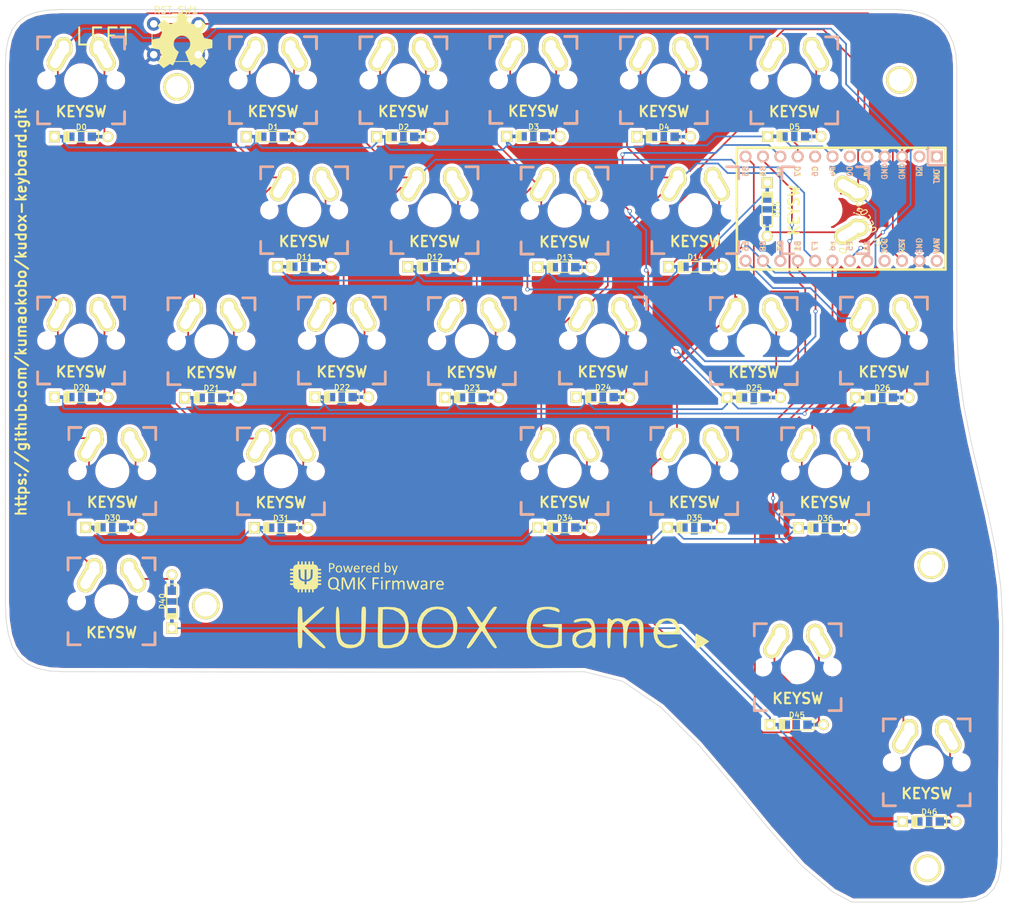
<source format=kicad_pcb>
(kicad_pcb (version 20171130) (host pcbnew "(5.1.2-1)-1")
  (title_block (title "Kudox Game keyboard PCB") (date 2019-06-30) (rev 1.0) (comment 1 "designed by x1 and inken") (comment 2 https://github.com/kumaokobo/kudox-keyboard))
  (layers (0 F.Cu signal) (31 B.Cu signal) (34 B.Paste user) (35 F.Paste user) (36 B.SilkS user) (37 F.SilkS user) (38 B.Mask user) (39 F.Mask user) (44 Edge.Cuts user))
  (net 0 "")
  (net 1 "Net-(D0-Pad2)")
  (net 2 row0)
  (net 3 "Net-(D1-Pad2)")
  (net 4 "Net-(D2-Pad2)")
  (net 5 "Net-(D3-Pad2)")
  (net 6 "Net-(D4-Pad2)")
  (net 7 "Net-(D5-Pad2)")
  (net 8 row1)
  (net 9 "Net-(D11-Pad2)")
  (net 10 "Net-(D12-Pad2)")
  (net 11 "Net-(D13-Pad2)")
  (net 12 "Net-(D14-Pad2)")
  (net 13 "Net-(D15-Pad2)")
  (net 14 "Net-(D20-Pad2)")
  (net 15 row2)
  (net 16 "Net-(D21-Pad2)")
  (net 17 "Net-(D22-Pad2)")
  (net 18 "Net-(D23-Pad2)")
  (net 19 "Net-(D24-Pad2)")
  (net 20 "Net-(D25-Pad2)")
  (net 21 "Net-(D26-Pad2)")
  (net 22 "Net-(D30-Pad2)")
  (net 23 row3)
  (net 24 "Net-(D31-Pad2)")
  (net 25 "Net-(D34-Pad2)")
  (net 26 "Net-(D35-Pad2)")
  (net 27 "Net-(D36-Pad2)")
  (net 28 "Net-(D40-Pad2)")
  (net 29 row4)
  (net 30 "Net-(D45-Pad2)")
  (net 31 "Net-(D46-Pad2)")
  (net 32 col0)
  (net 33 col1)
  (net 34 col2)
  (net 35 col3)
  (net 36 col4)
  (net 37 col5)
  (net 38 col6)
  (net 39 VCC)
  (net 40 SDA)
  (net 41 SCL)
  (net 42 rgb_data)
  (net 43 GND)
  (net 44 RST)
  (net 45 "Net-(U1-Pad2)")
  (net 46 "Net-(U1-Pad8)")
  (net 47 "Net-(U1-Pad20)")
  (net 48 "Net-(U1-Pad24)")
  (module keyboard_parts:HOLE_M3 (layer F.Cu) (at 104.7 61.3)
    (fp_text reference HOLE_M3 hide)
    (fp_text value VAL** hide)
    (pad 1 thru_hole circle (at 0 0) (size 4 4) (drill 3.2) (layers *.Cu *.Mask F.SilkS))
  )
  (module keyboard_parts:HOLE_M3 (layer F.Cu) (at 214.35 175.5)
    (fp_text reference HOLE_M3 hide)
    (fp_text value VAL** hide)
    (pad 1 thru_hole circle (at 0 0) (size 4 4) (drill 3.2) (layers *.Cu *.Mask F.SilkS))
  )
  (module canadian_footprints:Mx_Alps_150-dualsided (layer F.Cu) (at 214.25 160)
    (fp_text reference K46 hide)
    (fp_text value KEYSW (at 0 4.572 180) (layer F.SilkS) (effects (font (size 1.524 1.524) (thickness 0.3048))))
    (pad 1 thru_hole oval (at -2.52 -4.79 3.9) (size 2.5 3.08) (drill oval 1.5 2.08) (layers *.Cu *.Mask F.SilkS) (net 38 col6))
    (pad 2 thru_hole oval (at 3.405 -3.27 29.05) (size 2.5 4.17) (drill oval 1.5 3.17) (layers *.Cu *.Mask F.SilkS) (net 31 "Net-(D46-Pad2)"))
    (pad HOLE np_thru_hole circle (at 0 0) (size 3.9878 3.9878) (drill 3.9878) (layers *.Cu))
    (pad HOLE np_thru_hole circle (at -5.08 0) (size 1.7018 1.7018) (drill 1.7018) (layers *.Cu))
    (pad HOLE np_thru_hole circle (at 5.08 0) (size 1.7018 1.7018) (drill 1.7018) (layers *.Cu))
    (pad 1 thru_hole oval (at -3.405 -3.27 330.95) (size 2.5 4.17) (drill oval 1.5 3.17) (layers *.Cu *.Mask F.SilkS) (net 38 col6))
    (pad 2 thru_hole oval (at 2.52 -4.79 356.1) (size 2.5 3.08) (drill oval 1.5 2.08) (layers *.Cu *.Mask F.SilkS) (net 31 "Net-(D46-Pad2)"))
  )
  (module canadian_footprints:Mx_Alps_100-dualside (layer F.Cu) (at 194.9 60.35)
    (fp_text reference K5 hide)
    (fp_text value KEYSW (at 0 4.572) (layer F.SilkS) (effects (font (size 1.524 1.524) (thickness 0.3048))))
    (pad 1 thru_hole oval (at -2.52 -4.79 3.9) (size 2.5 3.08) (drill oval 1.5 2.08) (layers *.Cu *.Mask F.SilkS) (net 37 col5))
    (pad 2 thru_hole oval (at 3.405 -3.27 29.05) (size 2.5 4.17) (drill oval 1.5 3.17) (layers *.Cu *.Mask F.SilkS) (net 7 "Net-(D5-Pad2)"))
    (pad HOLE np_thru_hole circle (at 0 0) (size 3.9878 3.9878) (drill 3.9878) (layers *.Cu))
    (pad HOLE np_thru_hole circle (at -5.08 0) (size 1.7018 1.7018) (drill 1.7018) (layers *.Cu))
    (pad HOLE np_thru_hole circle (at 5.08 0) (size 1.7018 1.7018) (drill 1.7018) (layers *.Cu))
    (pad 1 thru_hole oval (at -3.405 -3.27 330.95) (size 2.5 4.17) (drill oval 1.5 3.17) (layers *.Cu *.Mask F.SilkS) (net 37 col5))
    (pad 2 thru_hole oval (at 2.52 -4.79 356.1) (size 2.5 3.08) (drill oval 1.5 2.08) (layers *.Cu *.Mask F.SilkS) (net 7 "Net-(D5-Pad2)"))
  )
  (module canadian_footprints:Mx_Alps_100-dualside (layer F.Cu) (at 175.83 60.33)
    (fp_text reference K4 hide)
    (fp_text value KEYSW (at 0 4.572) (layer F.SilkS) (effects (font (size 1.524 1.524) (thickness 0.3048))))
    (pad 1 thru_hole oval (at -2.52 -4.79 3.9) (size 2.5 3.08) (drill oval 1.5 2.08) (layers *.Cu *.Mask F.SilkS) (net 36 col4))
    (pad 2 thru_hole oval (at 3.405 -3.27 29.05) (size 2.5 4.17) (drill oval 1.5 3.17) (layers *.Cu *.Mask F.SilkS) (net 6 "Net-(D4-Pad2)"))
    (pad HOLE np_thru_hole circle (at 0 0) (size 3.9878 3.9878) (drill 3.9878) (layers *.Cu))
    (pad HOLE np_thru_hole circle (at -5.08 0) (size 1.7018 1.7018) (drill 1.7018) (layers *.Cu))
    (pad HOLE np_thru_hole circle (at 5.08 0) (size 1.7018 1.7018) (drill 1.7018) (layers *.Cu))
    (pad 1 thru_hole oval (at -3.405 -3.27 330.95) (size 2.5 4.17) (drill oval 1.5 3.17) (layers *.Cu *.Mask F.SilkS) (net 36 col4))
    (pad 2 thru_hole oval (at 2.52 -4.79 356.1) (size 2.5 3.08) (drill oval 1.5 2.08) (layers *.Cu *.Mask F.SilkS) (net 6 "Net-(D4-Pad2)"))
  )
  (module canadian_footprints:Mx_Alps_100-dualside (layer F.Cu) (at 109.73 98.475)
    (fp_text reference K21 hide)
    (fp_text value KEYSW (at 0 4.572) (layer F.SilkS) (effects (font (size 1.524 1.524) (thickness 0.3048))))
    (pad 1 thru_hole oval (at -2.52 -4.79 3.9) (size 2.5 3.08) (drill oval 1.5 2.08) (layers *.Cu *.Mask F.SilkS) (net 33 col1))
    (pad 2 thru_hole oval (at 3.405 -3.27 29.05) (size 2.5 4.17) (drill oval 1.5 3.17) (layers *.Cu *.Mask F.SilkS) (net 16 "Net-(D21-Pad2)"))
    (pad HOLE np_thru_hole circle (at 0 0) (size 3.9878 3.9878) (drill 3.9878) (layers *.Cu))
    (pad HOLE np_thru_hole circle (at -5.08 0) (size 1.7018 1.7018) (drill 1.7018) (layers *.Cu))
    (pad HOLE np_thru_hole circle (at 5.08 0) (size 1.7018 1.7018) (drill 1.7018) (layers *.Cu))
    (pad 1 thru_hole oval (at -3.405 -3.27 330.95) (size 2.5 4.17) (drill oval 1.5 3.17) (layers *.Cu *.Mask F.SilkS) (net 33 col1))
    (pad 2 thru_hole oval (at 2.52 -4.79 356.1) (size 2.5 3.08) (drill oval 1.5 2.08) (layers *.Cu *.Mask F.SilkS) (net 16 "Net-(D21-Pad2)"))
  )
  (module kudox_game_footprints:kudox_game_logo (layer F.Cu) (at 152.3 140.3)
    (fp_text reference G*** hide)
    (fp_text value LOGO hide)
  )
  (module canadian_footprints:Mx_Alps_100-dualside (layer F.Cu) (at 180.43 79.33)
    (fp_text reference K14 hide)
    (fp_text value KEYSW (at 0 4.572) (layer F.SilkS) (effects (font (size 1.524 1.524) (thickness 0.3048))))
    (pad 1 thru_hole oval (at -2.52 -4.79 3.9) (size 2.5 3.08) (drill oval 1.5 2.08) (layers *.Cu *.Mask F.SilkS) (net 36 col4))
    (pad 2 thru_hole oval (at 3.405 -3.27 29.05) (size 2.5 4.17) (drill oval 1.5 3.17) (layers *.Cu *.Mask F.SilkS) (net 12 "Net-(D14-Pad2)"))
    (pad HOLE np_thru_hole circle (at 0 0) (size 3.9878 3.9878) (drill 3.9878) (layers *.Cu))
    (pad HOLE np_thru_hole circle (at -5.08 0) (size 1.7018 1.7018) (drill 1.7018) (layers *.Cu))
    (pad HOLE np_thru_hole circle (at 5.08 0) (size 1.7018 1.7018) (drill 1.7018) (layers *.Cu))
    (pad 1 thru_hole oval (at -3.405 -3.27 330.95) (size 2.5 4.17) (drill oval 1.5 3.17) (layers *.Cu *.Mask F.SilkS) (net 36 col4))
    (pad 2 thru_hole oval (at 2.52 -4.79 356.1) (size 2.5 3.08) (drill oval 1.5 2.08) (layers *.Cu *.Mask F.SilkS) (net 12 "Net-(D14-Pad2)"))
  )
  (module Keebio-Parts:Diode-dual (layer F.Cu) (at 90.69 68.58 180)
    (fp_text reference D0 (at -0.0254 1.4 180) (layer F.SilkS) (effects (font (size 0.8 0.8))))
    (fp_text value D hide)
    (pad 2 smd rect (at -2.7 0 180) (size 2.5 0.5) (layers B.Cu) (net 1 "Net-(D0-Pad2)"))
    (pad 2 smd rect (at -1.575 0 180) (size 1.2 1.2) (layers B.Cu B.Paste B.Mask) (net 1 "Net-(D0-Pad2)"))
    (pad 1 smd rect (at 1.575 0 180) (size 1.2 1.2) (layers B.Cu B.Paste B.Mask) (net 2 row0))
    (pad 1 smd rect (at 2.7 0 180) (size 2.5 0.5) (layers B.Cu) (net 2 row0))
    (pad 1 smd rect (at 1.575 0 180) (size 1.2 1.2) (layers F.Cu F.Paste F.Mask) (net 2 row0))
    (pad 2 smd rect (at -1.575 0 180) (size 1.2 1.2) (layers F.Cu F.Paste F.Mask) (net 1 "Net-(D0-Pad2)"))
    (pad 2 thru_hole circle (at -3.9 0 180) (size 1.6 1.6) (drill 1) (layers *.Cu *.Mask F.SilkS) (net 1 "Net-(D0-Pad2)"))
    (pad 1 thru_hole rect (at 3.9 0 180) (size 1.6 1.6) (drill 1) (layers *.Cu *.Mask F.SilkS) (net 2 row0))
    (pad 2 smd rect (at -2.7 0 180) (size 2.5 0.5) (layers F.Cu) (net 1 "Net-(D0-Pad2)"))
    (pad 1 smd rect (at 2.7 0 180) (size 2.5 0.5) (layers F.Cu) (net 2 row0))
  )
  (module Keebio-Parts:Diode-dual (layer F.Cu) (at 118.73 68.58 180)
    (fp_text reference D1 (at -0.0254 1.4 180) (layer F.SilkS) (effects (font (size 0.8 0.8))))
    (fp_text value D hide)
    (pad 2 smd rect (at -2.7 0 180) (size 2.5 0.5) (layers B.Cu) (net 3 "Net-(D1-Pad2)"))
    (pad 2 smd rect (at -1.575 0 180) (size 1.2 1.2) (layers B.Cu B.Paste B.Mask) (net 3 "Net-(D1-Pad2)"))
    (pad 1 smd rect (at 1.575 0 180) (size 1.2 1.2) (layers B.Cu B.Paste B.Mask) (net 2 row0))
    (pad 1 smd rect (at 2.7 0 180) (size 2.5 0.5) (layers B.Cu) (net 2 row0))
    (pad 1 smd rect (at 1.575 0 180) (size 1.2 1.2) (layers F.Cu F.Paste F.Mask) (net 2 row0))
    (pad 2 smd rect (at -1.575 0 180) (size 1.2 1.2) (layers F.Cu F.Paste F.Mask) (net 3 "Net-(D1-Pad2)"))
    (pad 2 thru_hole circle (at -3.9 0 180) (size 1.6 1.6) (drill 1) (layers *.Cu *.Mask F.SilkS) (net 3 "Net-(D1-Pad2)"))
    (pad 1 thru_hole rect (at 3.9 0 180) (size 1.6 1.6) (drill 1) (layers *.Cu *.Mask F.SilkS) (net 2 row0))
    (pad 2 smd rect (at -2.7 0 180) (size 2.5 0.5) (layers F.Cu) (net 3 "Net-(D1-Pad2)"))
    (pad 1 smd rect (at 2.7 0 180) (size 2.5 0.5) (layers F.Cu) (net 2 row0))
  )
  (module Keebio-Parts:Diode-dual (layer F.Cu) (at 137.78 68.585 180)
    (fp_text reference D2 (at -0.0254 1.4 180) (layer F.SilkS) (effects (font (size 0.8 0.8))))
    (fp_text value D hide)
    (pad 2 smd rect (at -2.7 0 180) (size 2.5 0.5) (layers B.Cu) (net 4 "Net-(D2-Pad2)"))
    (pad 2 smd rect (at -1.575 0 180) (size 1.2 1.2) (layers B.Cu B.Paste B.Mask) (net 4 "Net-(D2-Pad2)"))
    (pad 1 smd rect (at 1.575 0 180) (size 1.2 1.2) (layers B.Cu B.Paste B.Mask) (net 2 row0))
    (pad 1 smd rect (at 2.7 0 180) (size 2.5 0.5) (layers B.Cu) (net 2 row0))
    (pad 1 smd rect (at 1.575 0 180) (size 1.2 1.2) (layers F.Cu F.Paste F.Mask) (net 2 row0))
    (pad 2 smd rect (at -1.575 0 180) (size 1.2 1.2) (layers F.Cu F.Paste F.Mask) (net 4 "Net-(D2-Pad2)"))
    (pad 2 thru_hole circle (at -3.9 0 180) (size 1.6 1.6) (drill 1) (layers *.Cu *.Mask F.SilkS) (net 4 "Net-(D2-Pad2)"))
    (pad 1 thru_hole rect (at 3.9 0 180) (size 1.6 1.6) (drill 1) (layers *.Cu *.Mask F.SilkS) (net 2 row0))
    (pad 2 smd rect (at -2.7 0 180) (size 2.5 0.5) (layers F.Cu) (net 4 "Net-(D2-Pad2)"))
    (pad 1 smd rect (at 2.7 0 180) (size 2.5 0.5) (layers F.Cu) (net 2 row0))
  )
  (module Keebio-Parts:Diode-dual (layer F.Cu) (at 156.78 68.545 180)
    (fp_text reference D3 (at -0.0254 1.4 180) (layer F.SilkS) (effects (font (size 0.8 0.8))))
    (fp_text value D hide)
    (pad 2 smd rect (at -2.7 0 180) (size 2.5 0.5) (layers B.Cu) (net 5 "Net-(D3-Pad2)"))
    (pad 2 smd rect (at -1.575 0 180) (size 1.2 1.2) (layers B.Cu B.Paste B.Mask) (net 5 "Net-(D3-Pad2)"))
    (pad 1 smd rect (at 1.575 0 180) (size 1.2 1.2) (layers B.Cu B.Paste B.Mask) (net 2 row0))
    (pad 1 smd rect (at 2.7 0 180) (size 2.5 0.5) (layers B.Cu) (net 2 row0))
    (pad 1 smd rect (at 1.575 0 180) (size 1.2 1.2) (layers F.Cu F.Paste F.Mask) (net 2 row0))
    (pad 2 smd rect (at -1.575 0 180) (size 1.2 1.2) (layers F.Cu F.Paste F.Mask) (net 5 "Net-(D3-Pad2)"))
    (pad 2 thru_hole circle (at -3.9 0 180) (size 1.6 1.6) (drill 1) (layers *.Cu *.Mask F.SilkS) (net 5 "Net-(D3-Pad2)"))
    (pad 1 thru_hole rect (at 3.9 0 180) (size 1.6 1.6) (drill 1) (layers *.Cu *.Mask F.SilkS) (net 2 row0))
    (pad 2 smd rect (at -2.7 0 180) (size 2.5 0.5) (layers F.Cu) (net 5 "Net-(D3-Pad2)"))
    (pad 1 smd rect (at 2.7 0 180) (size 2.5 0.5) (layers F.Cu) (net 2 row0))
  )
  (module Keebio-Parts:Diode-dual (layer F.Cu) (at 175.83 68.585 180)
    (fp_text reference D4 (at -0.0254 1.4 180) (layer F.SilkS) (effects (font (size 0.8 0.8))))
    (fp_text value D hide)
    (pad 2 smd rect (at -2.7 0 180) (size 2.5 0.5) (layers B.Cu) (net 6 "Net-(D4-Pad2)"))
    (pad 2 smd rect (at -1.575 0 180) (size 1.2 1.2) (layers B.Cu B.Paste B.Mask) (net 6 "Net-(D4-Pad2)"))
    (pad 1 smd rect (at 1.575 0 180) (size 1.2 1.2) (layers B.Cu B.Paste B.Mask) (net 2 row0))
    (pad 1 smd rect (at 2.7 0 180) (size 2.5 0.5) (layers B.Cu) (net 2 row0))
    (pad 1 smd rect (at 1.575 0 180) (size 1.2 1.2) (layers F.Cu F.Paste F.Mask) (net 2 row0))
    (pad 2 smd rect (at -1.575 0 180) (size 1.2 1.2) (layers F.Cu F.Paste F.Mask) (net 6 "Net-(D4-Pad2)"))
    (pad 2 thru_hole circle (at -3.9 0 180) (size 1.6 1.6) (drill 1) (layers *.Cu *.Mask F.SilkS) (net 6 "Net-(D4-Pad2)"))
    (pad 1 thru_hole rect (at 3.9 0 180) (size 1.6 1.6) (drill 1) (layers *.Cu *.Mask F.SilkS) (net 2 row0))
    (pad 2 smd rect (at -2.7 0 180) (size 2.5 0.5) (layers F.Cu) (net 6 "Net-(D4-Pad2)"))
    (pad 1 smd rect (at 2.7 0 180) (size 2.5 0.5) (layers F.Cu) (net 2 row0))
  )
  (module Keebio-Parts:Diode-dual (layer F.Cu) (at 194.9 68.55 180)
    (fp_text reference D5 (at -0.0254 1.4 180) (layer F.SilkS) (effects (font (size 0.8 0.8))))
    (fp_text value D hide)
    (pad 2 smd rect (at -2.7 0 180) (size 2.5 0.5) (layers B.Cu) (net 7 "Net-(D5-Pad2)"))
    (pad 2 smd rect (at -1.575 0 180) (size 1.2 1.2) (layers B.Cu B.Paste B.Mask) (net 7 "Net-(D5-Pad2)"))
    (pad 1 smd rect (at 1.575 0 180) (size 1.2 1.2) (layers B.Cu B.Paste B.Mask) (net 2 row0))
    (pad 1 smd rect (at 2.7 0 180) (size 2.5 0.5) (layers B.Cu) (net 2 row0))
    (pad 1 smd rect (at 1.575 0 180) (size 1.2 1.2) (layers F.Cu F.Paste F.Mask) (net 2 row0))
    (pad 2 smd rect (at -1.575 0 180) (size 1.2 1.2) (layers F.Cu F.Paste F.Mask) (net 7 "Net-(D5-Pad2)"))
    (pad 2 thru_hole circle (at -3.9 0 180) (size 1.6 1.6) (drill 1) (layers *.Cu *.Mask F.SilkS) (net 7 "Net-(D5-Pad2)"))
    (pad 1 thru_hole rect (at 3.9 0 180) (size 1.6 1.6) (drill 1) (layers *.Cu *.Mask F.SilkS) (net 2 row0))
    (pad 2 smd rect (at -2.7 0 180) (size 2.5 0.5) (layers F.Cu) (net 7 "Net-(D5-Pad2)"))
    (pad 1 smd rect (at 2.7 0 180) (size 2.5 0.5) (layers F.Cu) (net 2 row0))
  )
  (module Keebio-Parts:Diode-dual (layer F.Cu) (at 123.28 87.58 180)
    (fp_text reference D11 (at -0.0254 1.4 180) (layer F.SilkS) (effects (font (size 0.8 0.8))))
    (fp_text value D hide)
    (pad 2 smd rect (at -2.7 0 180) (size 2.5 0.5) (layers B.Cu) (net 9 "Net-(D11-Pad2)"))
    (pad 2 smd rect (at -1.575 0 180) (size 1.2 1.2) (layers B.Cu B.Paste B.Mask) (net 9 "Net-(D11-Pad2)"))
    (pad 1 smd rect (at 1.575 0 180) (size 1.2 1.2) (layers B.Cu B.Paste B.Mask) (net 8 row1))
    (pad 1 smd rect (at 2.7 0 180) (size 2.5 0.5) (layers B.Cu) (net 8 row1))
    (pad 1 smd rect (at 1.575 0 180) (size 1.2 1.2) (layers F.Cu F.Paste F.Mask) (net 8 row1))
    (pad 2 smd rect (at -1.575 0 180) (size 1.2 1.2) (layers F.Cu F.Paste F.Mask) (net 9 "Net-(D11-Pad2)"))
    (pad 2 thru_hole circle (at -3.9 0 180) (size 1.6 1.6) (drill 1) (layers *.Cu *.Mask F.SilkS) (net 9 "Net-(D11-Pad2)"))
    (pad 1 thru_hole rect (at 3.9 0 180) (size 1.6 1.6) (drill 1) (layers *.Cu *.Mask F.SilkS) (net 8 row1))
    (pad 2 smd rect (at -2.7 0 180) (size 2.5 0.5) (layers F.Cu) (net 9 "Net-(D11-Pad2)"))
    (pad 1 smd rect (at 2.7 0 180) (size 2.5 0.5) (layers F.Cu) (net 8 row1))
  )
  (module Keebio-Parts:Diode-dual (layer F.Cu) (at 142.33 87.585 180)
    (fp_text reference D12 (at -0.0254 1.4 180) (layer F.SilkS) (effects (font (size 0.8 0.8))))
    (fp_text value D hide)
    (pad 2 smd rect (at -2.7 0 180) (size 2.5 0.5) (layers B.Cu) (net 10 "Net-(D12-Pad2)"))
    (pad 2 smd rect (at -1.575 0 180) (size 1.2 1.2) (layers B.Cu B.Paste B.Mask) (net 10 "Net-(D12-Pad2)"))
    (pad 1 smd rect (at 1.575 0 180) (size 1.2 1.2) (layers B.Cu B.Paste B.Mask) (net 8 row1))
    (pad 1 smd rect (at 2.7 0 180) (size 2.5 0.5) (layers B.Cu) (net 8 row1))
    (pad 1 smd rect (at 1.575 0 180) (size 1.2 1.2) (layers F.Cu F.Paste F.Mask) (net 8 row1))
    (pad 2 smd rect (at -1.575 0 180) (size 1.2 1.2) (layers F.Cu F.Paste F.Mask) (net 10 "Net-(D12-Pad2)"))
    (pad 2 thru_hole circle (at -3.9 0 180) (size 1.6 1.6) (drill 1) (layers *.Cu *.Mask F.SilkS) (net 10 "Net-(D12-Pad2)"))
    (pad 1 thru_hole rect (at 3.9 0 180) (size 1.6 1.6) (drill 1) (layers *.Cu *.Mask F.SilkS) (net 8 row1))
    (pad 2 smd rect (at -2.7 0 180) (size 2.5 0.5) (layers F.Cu) (net 10 "Net-(D12-Pad2)"))
    (pad 1 smd rect (at 2.7 0 180) (size 2.5 0.5) (layers F.Cu) (net 8 row1))
  )
  (module Keebio-Parts:Diode-dual (layer F.Cu) (at 161.33 87.645 180)
    (fp_text reference D13 (at -0.0254 1.4 180) (layer F.SilkS) (effects (font (size 0.8 0.8))))
    (fp_text value D hide)
    (pad 2 smd rect (at -2.7 0 180) (size 2.5 0.5) (layers B.Cu) (net 11 "Net-(D13-Pad2)"))
    (pad 2 smd rect (at -1.575 0 180) (size 1.2 1.2) (layers B.Cu B.Paste B.Mask) (net 11 "Net-(D13-Pad2)"))
    (pad 1 smd rect (at 1.575 0 180) (size 1.2 1.2) (layers B.Cu B.Paste B.Mask) (net 8 row1))
    (pad 1 smd rect (at 2.7 0 180) (size 2.5 0.5) (layers B.Cu) (net 8 row1))
    (pad 1 smd rect (at 1.575 0 180) (size 1.2 1.2) (layers F.Cu F.Paste F.Mask) (net 8 row1))
    (pad 2 smd rect (at -1.575 0 180) (size 1.2 1.2) (layers F.Cu F.Paste F.Mask) (net 11 "Net-(D13-Pad2)"))
    (pad 2 thru_hole circle (at -3.9 0 180) (size 1.6 1.6) (drill 1) (layers *.Cu *.Mask F.SilkS) (net 11 "Net-(D13-Pad2)"))
    (pad 1 thru_hole rect (at 3.9 0 180) (size 1.6 1.6) (drill 1) (layers *.Cu *.Mask F.SilkS) (net 8 row1))
    (pad 2 smd rect (at -2.7 0 180) (size 2.5 0.5) (layers F.Cu) (net 11 "Net-(D13-Pad2)"))
    (pad 1 smd rect (at 2.7 0 180) (size 2.5 0.5) (layers F.Cu) (net 8 row1))
  )
  (module Keebio-Parts:Diode-dual (layer F.Cu) (at 180.43 87.585 180)
    (fp_text reference D14 (at -0.0254 1.4 180) (layer F.SilkS) (effects (font (size 0.8 0.8))))
    (fp_text value D hide)
    (pad 2 smd rect (at -2.7 0 180) (size 2.5 0.5) (layers B.Cu) (net 12 "Net-(D14-Pad2)"))
    (pad 2 smd rect (at -1.575 0 180) (size 1.2 1.2) (layers B.Cu B.Paste B.Mask) (net 12 "Net-(D14-Pad2)"))
    (pad 1 smd rect (at 1.575 0 180) (size 1.2 1.2) (layers B.Cu B.Paste B.Mask) (net 8 row1))
    (pad 1 smd rect (at 2.7 0 180) (size 2.5 0.5) (layers B.Cu) (net 8 row1))
    (pad 1 smd rect (at 1.575 0 180) (size 1.2 1.2) (layers F.Cu F.Paste F.Mask) (net 8 row1))
    (pad 2 smd rect (at -1.575 0 180) (size 1.2 1.2) (layers F.Cu F.Paste F.Mask) (net 12 "Net-(D14-Pad2)"))
    (pad 2 thru_hole circle (at -3.9 0 180) (size 1.6 1.6) (drill 1) (layers *.Cu *.Mask F.SilkS) (net 12 "Net-(D14-Pad2)"))
    (pad 1 thru_hole rect (at 3.9 0 180) (size 1.6 1.6) (drill 1) (layers *.Cu *.Mask F.SilkS) (net 8 row1))
    (pad 2 smd rect (at -2.7 0 180) (size 2.5 0.5) (layers F.Cu) (net 12 "Net-(D14-Pad2)"))
    (pad 1 smd rect (at 2.7 0 180) (size 2.5 0.5) (layers F.Cu) (net 8 row1))
  )
  (module Keebio-Parts:Diode-dual (layer F.Cu) (at 190.95 79.2 90)
    (fp_text reference D15 (at -0.0254 1.4 270) (layer F.SilkS) (effects (font (size 0.8 0.8))))
    (fp_text value D hide)
    (pad 2 smd rect (at -2.7 0 90) (size 2.5 0.5) (layers B.Cu) (net 13 "Net-(D15-Pad2)"))
    (pad 2 smd rect (at -1.575 0 90) (size 1.2 1.2) (layers B.Cu B.Paste B.Mask) (net 13 "Net-(D15-Pad2)"))
    (pad 1 smd rect (at 1.575 0 90) (size 1.2 1.2) (layers B.Cu B.Paste B.Mask) (net 8 row1))
    (pad 1 smd rect (at 2.7 0 90) (size 2.5 0.5) (layers B.Cu) (net 8 row1))
    (pad 1 smd rect (at 1.575 0 90) (size 1.2 1.2) (layers F.Cu F.Paste F.Mask) (net 8 row1))
    (pad 2 smd rect (at -1.575 0 90) (size 1.2 1.2) (layers F.Cu F.Paste F.Mask) (net 13 "Net-(D15-Pad2)"))
    (pad 2 thru_hole circle (at -3.9 0 90) (size 1.6 1.6) (drill 1) (layers *.Cu *.Mask F.SilkS) (net 13 "Net-(D15-Pad2)"))
    (pad 1 thru_hole rect (at 3.9 0 90) (size 1.6 1.6) (drill 1) (layers *.Cu *.Mask F.SilkS) (net 8 row1))
    (pad 2 smd rect (at -2.7 0 90) (size 2.5 0.5) (layers F.Cu) (net 13 "Net-(D15-Pad2)"))
    (pad 1 smd rect (at 2.7 0 90) (size 2.5 0.5) (layers F.Cu) (net 8 row1))
  )
  (module Keebio-Parts:Diode-dual (layer F.Cu) (at 90.69 106.63 180)
    (fp_text reference D20 (at -0.0254 1.4 180) (layer F.SilkS) (effects (font (size 0.8 0.8))))
    (fp_text value D hide)
    (pad 2 smd rect (at -2.7 0 180) (size 2.5 0.5) (layers B.Cu) (net 14 "Net-(D20-Pad2)"))
    (pad 2 smd rect (at -1.575 0 180) (size 1.2 1.2) (layers B.Cu B.Paste B.Mask) (net 14 "Net-(D20-Pad2)"))
    (pad 1 smd rect (at 1.575 0 180) (size 1.2 1.2) (layers B.Cu B.Paste B.Mask) (net 15 row2))
    (pad 1 smd rect (at 2.7 0 180) (size 2.5 0.5) (layers B.Cu) (net 15 row2))
    (pad 1 smd rect (at 1.575 0 180) (size 1.2 1.2) (layers F.Cu F.Paste F.Mask) (net 15 row2))
    (pad 2 smd rect (at -1.575 0 180) (size 1.2 1.2) (layers F.Cu F.Paste F.Mask) (net 14 "Net-(D20-Pad2)"))
    (pad 2 thru_hole circle (at -3.9 0 180) (size 1.6 1.6) (drill 1) (layers *.Cu *.Mask F.SilkS) (net 14 "Net-(D20-Pad2)"))
    (pad 1 thru_hole rect (at 3.9 0 180) (size 1.6 1.6) (drill 1) (layers *.Cu *.Mask F.SilkS) (net 15 row2))
    (pad 2 smd rect (at -2.7 0 180) (size 2.5 0.5) (layers F.Cu) (net 14 "Net-(D20-Pad2)"))
    (pad 1 smd rect (at 2.7 0 180) (size 2.5 0.5) (layers F.Cu) (net 15 row2))
  )
  (module Keebio-Parts:Diode-dual (layer F.Cu) (at 109.73 106.73 180)
    (fp_text reference D21 (at -0.0254 1.4 180) (layer F.SilkS) (effects (font (size 0.8 0.8))))
    (fp_text value D hide)
    (pad 2 smd rect (at -2.7 0 180) (size 2.5 0.5) (layers B.Cu) (net 16 "Net-(D21-Pad2)"))
    (pad 2 smd rect (at -1.575 0 180) (size 1.2 1.2) (layers B.Cu B.Paste B.Mask) (net 16 "Net-(D21-Pad2)"))
    (pad 1 smd rect (at 1.575 0 180) (size 1.2 1.2) (layers B.Cu B.Paste B.Mask) (net 15 row2))
    (pad 1 smd rect (at 2.7 0 180) (size 2.5 0.5) (layers B.Cu) (net 15 row2))
    (pad 1 smd rect (at 1.575 0 180) (size 1.2 1.2) (layers F.Cu F.Paste F.Mask) (net 15 row2))
    (pad 2 smd rect (at -1.575 0 180) (size 1.2 1.2) (layers F.Cu F.Paste F.Mask) (net 16 "Net-(D21-Pad2)"))
    (pad 2 thru_hole circle (at -3.9 0 180) (size 1.6 1.6) (drill 1) (layers *.Cu *.Mask F.SilkS) (net 16 "Net-(D21-Pad2)"))
    (pad 1 thru_hole rect (at 3.9 0 180) (size 1.6 1.6) (drill 1) (layers *.Cu *.Mask F.SilkS) (net 15 row2))
    (pad 2 smd rect (at -2.7 0 180) (size 2.5 0.5) (layers F.Cu) (net 16 "Net-(D21-Pad2)"))
    (pad 1 smd rect (at 2.7 0 180) (size 2.5 0.5) (layers F.Cu) (net 15 row2))
  )
  (module Keebio-Parts:Diode-dual (layer F.Cu) (at 128.78 106.635 180)
    (fp_text reference D22 (at -0.0254 1.4 180) (layer F.SilkS) (effects (font (size 0.8 0.8))))
    (fp_text value D hide)
    (pad 2 smd rect (at -2.7 0 180) (size 2.5 0.5) (layers B.Cu) (net 17 "Net-(D22-Pad2)"))
    (pad 2 smd rect (at -1.575 0 180) (size 1.2 1.2) (layers B.Cu B.Paste B.Mask) (net 17 "Net-(D22-Pad2)"))
    (pad 1 smd rect (at 1.575 0 180) (size 1.2 1.2) (layers B.Cu B.Paste B.Mask) (net 15 row2))
    (pad 1 smd rect (at 2.7 0 180) (size 2.5 0.5) (layers B.Cu) (net 15 row2))
    (pad 1 smd rect (at 1.575 0 180) (size 1.2 1.2) (layers F.Cu F.Paste F.Mask) (net 15 row2))
    (pad 2 smd rect (at -1.575 0 180) (size 1.2 1.2) (layers F.Cu F.Paste F.Mask) (net 17 "Net-(D22-Pad2)"))
    (pad 2 thru_hole circle (at -3.9 0 180) (size 1.6 1.6) (drill 1) (layers *.Cu *.Mask F.SilkS) (net 17 "Net-(D22-Pad2)"))
    (pad 1 thru_hole rect (at 3.9 0 180) (size 1.6 1.6) (drill 1) (layers *.Cu *.Mask F.SilkS) (net 15 row2))
    (pad 2 smd rect (at -2.7 0 180) (size 2.5 0.5) (layers F.Cu) (net 17 "Net-(D22-Pad2)"))
    (pad 1 smd rect (at 2.7 0 180) (size 2.5 0.5) (layers F.Cu) (net 15 row2))
  )
  (module Keebio-Parts:Diode-dual (layer F.Cu) (at 147.78 106.695 180)
    (fp_text reference D23 (at -0.0254 1.4 180) (layer F.SilkS) (effects (font (size 0.8 0.8))))
    (fp_text value D hide)
    (pad 2 smd rect (at -2.7 0 180) (size 2.5 0.5) (layers B.Cu) (net 18 "Net-(D23-Pad2)"))
    (pad 2 smd rect (at -1.575 0 180) (size 1.2 1.2) (layers B.Cu B.Paste B.Mask) (net 18 "Net-(D23-Pad2)"))
    (pad 1 smd rect (at 1.575 0 180) (size 1.2 1.2) (layers B.Cu B.Paste B.Mask) (net 15 row2))
    (pad 1 smd rect (at 2.7 0 180) (size 2.5 0.5) (layers B.Cu) (net 15 row2))
    (pad 1 smd rect (at 1.575 0 180) (size 1.2 1.2) (layers F.Cu F.Paste F.Mask) (net 15 row2))
    (pad 2 smd rect (at -1.575 0 180) (size 1.2 1.2) (layers F.Cu F.Paste F.Mask) (net 18 "Net-(D23-Pad2)"))
    (pad 2 thru_hole circle (at -3.9 0 180) (size 1.6 1.6) (drill 1) (layers *.Cu *.Mask F.SilkS) (net 18 "Net-(D23-Pad2)"))
    (pad 1 thru_hole rect (at 3.9 0 180) (size 1.6 1.6) (drill 1) (layers *.Cu *.Mask F.SilkS) (net 15 row2))
    (pad 2 smd rect (at -2.7 0 180) (size 2.5 0.5) (layers F.Cu) (net 18 "Net-(D23-Pad2)"))
    (pad 1 smd rect (at 2.7 0 180) (size 2.5 0.5) (layers F.Cu) (net 15 row2))
  )
  (module Keebio-Parts:Diode-dual (layer F.Cu) (at 166.93 106.635 180)
    (fp_text reference D24 (at -0.0254 1.4 180) (layer F.SilkS) (effects (font (size 0.8 0.8))))
    (fp_text value D hide)
    (pad 2 smd rect (at -2.7 0 180) (size 2.5 0.5) (layers B.Cu) (net 19 "Net-(D24-Pad2)"))
    (pad 2 smd rect (at -1.575 0 180) (size 1.2 1.2) (layers B.Cu B.Paste B.Mask) (net 19 "Net-(D24-Pad2)"))
    (pad 1 smd rect (at 1.575 0 180) (size 1.2 1.2) (layers B.Cu B.Paste B.Mask) (net 15 row2))
    (pad 1 smd rect (at 2.7 0 180) (size 2.5 0.5) (layers B.Cu) (net 15 row2))
    (pad 1 smd rect (at 1.575 0 180) (size 1.2 1.2) (layers F.Cu F.Paste F.Mask) (net 15 row2))
    (pad 2 smd rect (at -1.575 0 180) (size 1.2 1.2) (layers F.Cu F.Paste F.Mask) (net 19 "Net-(D24-Pad2)"))
    (pad 2 thru_hole circle (at -3.9 0 180) (size 1.6 1.6) (drill 1) (layers *.Cu *.Mask F.SilkS) (net 19 "Net-(D24-Pad2)"))
    (pad 1 thru_hole rect (at 3.9 0 180) (size 1.6 1.6) (drill 1) (layers *.Cu *.Mask F.SilkS) (net 15 row2))
    (pad 2 smd rect (at -2.7 0 180) (size 2.5 0.5) (layers F.Cu) (net 19 "Net-(D24-Pad2)"))
    (pad 1 smd rect (at 2.7 0 180) (size 2.5 0.5) (layers F.Cu) (net 15 row2))
  )
  (module Keebio-Parts:Diode-dual (layer F.Cu) (at 188.98 106.69 180)
    (fp_text reference D25 (at -0.0254 1.4 180) (layer F.SilkS) (effects (font (size 0.8 0.8))))
    (fp_text value D hide)
    (pad 2 smd rect (at -2.7 0 180) (size 2.5 0.5) (layers B.Cu) (net 20 "Net-(D25-Pad2)"))
    (pad 2 smd rect (at -1.575 0 180) (size 1.2 1.2) (layers B.Cu B.Paste B.Mask) (net 20 "Net-(D25-Pad2)"))
    (pad 1 smd rect (at 1.575 0 180) (size 1.2 1.2) (layers B.Cu B.Paste B.Mask) (net 15 row2))
    (pad 1 smd rect (at 2.7 0 180) (size 2.5 0.5) (layers B.Cu) (net 15 row2))
    (pad 1 smd rect (at 1.575 0 180) (size 1.2 1.2) (layers F.Cu F.Paste F.Mask) (net 15 row2))
    (pad 2 smd rect (at -1.575 0 180) (size 1.2 1.2) (layers F.Cu F.Paste F.Mask) (net 20 "Net-(D25-Pad2)"))
    (pad 2 thru_hole circle (at -3.9 0 180) (size 1.6 1.6) (drill 1) (layers *.Cu *.Mask F.SilkS) (net 20 "Net-(D25-Pad2)"))
    (pad 1 thru_hole rect (at 3.9 0 180) (size 1.6 1.6) (drill 1) (layers *.Cu *.Mask F.SilkS) (net 15 row2))
    (pad 2 smd rect (at -2.7 0 180) (size 2.5 0.5) (layers F.Cu) (net 20 "Net-(D25-Pad2)"))
    (pad 1 smd rect (at 2.7 0 180) (size 2.5 0.5) (layers F.Cu) (net 15 row2))
  )
  (module Keebio-Parts:Diode-dual (layer F.Cu) (at 207.75 106.7 180)
    (fp_text reference D26 (at -0.0254 1.4) (layer F.SilkS) (effects (font (size 0.8 0.8))))
    (fp_text value D hide)
    (pad 2 smd rect (at -2.7 0 180) (size 2.5 0.5) (layers B.Cu) (net 21 "Net-(D26-Pad2)"))
    (pad 2 smd rect (at -1.575 0 180) (size 1.2 1.2) (layers B.Cu B.Paste B.Mask) (net 21 "Net-(D26-Pad2)"))
    (pad 1 smd rect (at 1.575 0 180) (size 1.2 1.2) (layers B.Cu B.Paste B.Mask) (net 15 row2))
    (pad 1 smd rect (at 2.7 0 180) (size 2.5 0.5) (layers B.Cu) (net 15 row2))
    (pad 1 smd rect (at 1.575 0 180) (size 1.2 1.2) (layers F.Cu F.Paste F.Mask) (net 15 row2))
    (pad 2 smd rect (at -1.575 0 180) (size 1.2 1.2) (layers F.Cu F.Paste F.Mask) (net 21 "Net-(D26-Pad2)"))
    (pad 2 thru_hole circle (at -3.9 0 180) (size 1.6 1.6) (drill 1) (layers *.Cu *.Mask F.SilkS) (net 21 "Net-(D26-Pad2)"))
    (pad 1 thru_hole rect (at 3.9 0 180) (size 1.6 1.6) (drill 1) (layers *.Cu *.Mask F.SilkS) (net 15 row2))
    (pad 2 smd rect (at -2.7 0 180) (size 2.5 0.5) (layers F.Cu) (net 21 "Net-(D26-Pad2)"))
    (pad 1 smd rect (at 2.7 0 180) (size 2.5 0.5) (layers F.Cu) (net 15 row2))
  )
  (module Keebio-Parts:Diode-dual (layer F.Cu) (at 95.24 125.68 180)
    (fp_text reference D30 (at -0.0254 1.4 180) (layer F.SilkS) (effects (font (size 0.8 0.8))))
    (fp_text value D hide)
    (pad 2 smd rect (at -2.7 0 180) (size 2.5 0.5) (layers B.Cu) (net 22 "Net-(D30-Pad2)"))
    (pad 2 smd rect (at -1.575 0 180) (size 1.2 1.2) (layers B.Cu B.Paste B.Mask) (net 22 "Net-(D30-Pad2)"))
    (pad 1 smd rect (at 1.575 0 180) (size 1.2 1.2) (layers B.Cu B.Paste B.Mask) (net 23 row3))
    (pad 1 smd rect (at 2.7 0 180) (size 2.5 0.5) (layers B.Cu) (net 23 row3))
    (pad 1 smd rect (at 1.575 0 180) (size 1.2 1.2) (layers F.Cu F.Paste F.Mask) (net 23 row3))
    (pad 2 smd rect (at -1.575 0 180) (size 1.2 1.2) (layers F.Cu F.Paste F.Mask) (net 22 "Net-(D30-Pad2)"))
    (pad 2 thru_hole circle (at -3.9 0 180) (size 1.6 1.6) (drill 1) (layers *.Cu *.Mask F.SilkS) (net 22 "Net-(D30-Pad2)"))
    (pad 1 thru_hole rect (at 3.9 0 180) (size 1.6 1.6) (drill 1) (layers *.Cu *.Mask F.SilkS) (net 23 row3))
    (pad 2 smd rect (at -2.7 0 180) (size 2.5 0.5) (layers F.Cu) (net 22 "Net-(D30-Pad2)"))
    (pad 1 smd rect (at 2.7 0 180) (size 2.5 0.5) (layers F.Cu) (net 23 row3))
  )
  (module Keebio-Parts:Diode-dual (layer F.Cu) (at 119.88 125.73 180)
    (fp_text reference D31 (at -0.0254 1.4 180) (layer F.SilkS) (effects (font (size 0.8 0.8))))
    (fp_text value D hide)
    (pad 2 smd rect (at -2.7 0 180) (size 2.5 0.5) (layers B.Cu) (net 24 "Net-(D31-Pad2)"))
    (pad 2 smd rect (at -1.575 0 180) (size 1.2 1.2) (layers B.Cu B.Paste B.Mask) (net 24 "Net-(D31-Pad2)"))
    (pad 1 smd rect (at 1.575 0 180) (size 1.2 1.2) (layers B.Cu B.Paste B.Mask) (net 23 row3))
    (pad 1 smd rect (at 2.7 0 180) (size 2.5 0.5) (layers B.Cu) (net 23 row3))
    (pad 1 smd rect (at 1.575 0 180) (size 1.2 1.2) (layers F.Cu F.Paste F.Mask) (net 23 row3))
    (pad 2 smd rect (at -1.575 0 180) (size 1.2 1.2) (layers F.Cu F.Paste F.Mask) (net 24 "Net-(D31-Pad2)"))
    (pad 2 thru_hole circle (at -3.9 0 180) (size 1.6 1.6) (drill 1) (layers *.Cu *.Mask F.SilkS) (net 24 "Net-(D31-Pad2)"))
    (pad 1 thru_hole rect (at 3.9 0 180) (size 1.6 1.6) (drill 1) (layers *.Cu *.Mask F.SilkS) (net 23 row3))
    (pad 2 smd rect (at -2.7 0 180) (size 2.5 0.5) (layers F.Cu) (net 24 "Net-(D31-Pad2)"))
    (pad 1 smd rect (at 2.7 0 180) (size 2.5 0.5) (layers F.Cu) (net 23 row3))
  )
  (module Keebio-Parts:Diode-dual (layer F.Cu) (at 161.33 125.685 180)
    (fp_text reference D34 (at -0.0254 1.4 180) (layer F.SilkS) (effects (font (size 0.8 0.8))))
    (fp_text value D hide)
    (pad 2 smd rect (at -2.7 0 180) (size 2.5 0.5) (layers B.Cu) (net 25 "Net-(D34-Pad2)"))
    (pad 2 smd rect (at -1.575 0 180) (size 1.2 1.2) (layers B.Cu B.Paste B.Mask) (net 25 "Net-(D34-Pad2)"))
    (pad 1 smd rect (at 1.575 0 180) (size 1.2 1.2) (layers B.Cu B.Paste B.Mask) (net 23 row3))
    (pad 1 smd rect (at 2.7 0 180) (size 2.5 0.5) (layers B.Cu) (net 23 row3))
    (pad 1 smd rect (at 1.575 0 180) (size 1.2 1.2) (layers F.Cu F.Paste F.Mask) (net 23 row3))
    (pad 2 smd rect (at -1.575 0 180) (size 1.2 1.2) (layers F.Cu F.Paste F.Mask) (net 25 "Net-(D34-Pad2)"))
    (pad 2 thru_hole circle (at -3.9 0 180) (size 1.6 1.6) (drill 1) (layers *.Cu *.Mask F.SilkS) (net 25 "Net-(D34-Pad2)"))
    (pad 1 thru_hole rect (at 3.9 0 180) (size 1.6 1.6) (drill 1) (layers *.Cu *.Mask F.SilkS) (net 23 row3))
    (pad 2 smd rect (at -2.7 0 180) (size 2.5 0.5) (layers F.Cu) (net 25 "Net-(D34-Pad2)"))
    (pad 1 smd rect (at 2.7 0 180) (size 2.5 0.5) (layers F.Cu) (net 23 row3))
  )
  (module Keebio-Parts:Diode-dual (layer F.Cu) (at 180.28 125.69 180)
    (fp_text reference D35 (at -0.0254 1.4 180) (layer F.SilkS) (effects (font (size 0.8 0.8))))
    (fp_text value D hide)
    (pad 2 smd rect (at -2.7 0 180) (size 2.5 0.5) (layers B.Cu) (net 26 "Net-(D35-Pad2)"))
    (pad 2 smd rect (at -1.575 0 180) (size 1.2 1.2) (layers B.Cu B.Paste B.Mask) (net 26 "Net-(D35-Pad2)"))
    (pad 1 smd rect (at 1.575 0 180) (size 1.2 1.2) (layers B.Cu B.Paste B.Mask) (net 23 row3))
    (pad 1 smd rect (at 2.7 0 180) (size 2.5 0.5) (layers B.Cu) (net 23 row3))
    (pad 1 smd rect (at 1.575 0 180) (size 1.2 1.2) (layers F.Cu F.Paste F.Mask) (net 23 row3))
    (pad 2 smd rect (at -1.575 0 180) (size 1.2 1.2) (layers F.Cu F.Paste F.Mask) (net 26 "Net-(D35-Pad2)"))
    (pad 2 thru_hole circle (at -3.9 0 180) (size 1.6 1.6) (drill 1) (layers *.Cu *.Mask F.SilkS) (net 26 "Net-(D35-Pad2)"))
    (pad 1 thru_hole rect (at 3.9 0 180) (size 1.6 1.6) (drill 1) (layers *.Cu *.Mask F.SilkS) (net 23 row3))
    (pad 2 smd rect (at -2.7 0 180) (size 2.5 0.5) (layers F.Cu) (net 26 "Net-(D35-Pad2)"))
    (pad 1 smd rect (at 2.7 0 180) (size 2.5 0.5) (layers F.Cu) (net 23 row3))
  )
  (module Keebio-Parts:Diode-dual (layer F.Cu) (at 199.4 125.75 180)
    (fp_text reference D36 (at -0.0254 1.4) (layer F.SilkS) (effects (font (size 0.8 0.8))))
    (fp_text value D hide)
    (pad 2 smd rect (at -2.7 0 180) (size 2.5 0.5) (layers B.Cu) (net 27 "Net-(D36-Pad2)"))
    (pad 2 smd rect (at -1.575 0 180) (size 1.2 1.2) (layers B.Cu B.Paste B.Mask) (net 27 "Net-(D36-Pad2)"))
    (pad 1 smd rect (at 1.575 0 180) (size 1.2 1.2) (layers B.Cu B.Paste B.Mask) (net 23 row3))
    (pad 1 smd rect (at 2.7 0 180) (size 2.5 0.5) (layers B.Cu) (net 23 row3))
    (pad 1 smd rect (at 1.575 0 180) (size 1.2 1.2) (layers F.Cu F.Paste F.Mask) (net 23 row3))
    (pad 2 smd rect (at -1.575 0 180) (size 1.2 1.2) (layers F.Cu F.Paste F.Mask) (net 27 "Net-(D36-Pad2)"))
    (pad 2 thru_hole circle (at -3.9 0 180) (size 1.6 1.6) (drill 1) (layers *.Cu *.Mask F.SilkS) (net 27 "Net-(D36-Pad2)"))
    (pad 1 thru_hole rect (at 3.9 0 180) (size 1.6 1.6) (drill 1) (layers *.Cu *.Mask F.SilkS) (net 23 row3))
    (pad 2 smd rect (at -2.7 0 180) (size 2.5 0.5) (layers F.Cu) (net 27 "Net-(D36-Pad2)"))
    (pad 1 smd rect (at 2.7 0 180) (size 2.5 0.5) (layers F.Cu) (net 23 row3))
  )
  (module Keebio-Parts:Diode-dual (layer F.Cu) (at 103.95 136.5 270)
    (fp_text reference D40 (at -0.0254 1.4 270) (layer F.SilkS) (effects (font (size 0.8 0.8))))
    (fp_text value D hide)
    (pad 2 smd rect (at -2.7 0 270) (size 2.5 0.5) (layers B.Cu) (net 28 "Net-(D40-Pad2)"))
    (pad 2 smd rect (at -1.575 0 270) (size 1.2 1.2) (layers B.Cu B.Paste B.Mask) (net 28 "Net-(D40-Pad2)"))
    (pad 1 smd rect (at 1.575 0 270) (size 1.2 1.2) (layers B.Cu B.Paste B.Mask) (net 29 row4))
    (pad 1 smd rect (at 2.7 0 270) (size 2.5 0.5) (layers B.Cu) (net 29 row4))
    (pad 1 smd rect (at 1.575 0 270) (size 1.2 1.2) (layers F.Cu F.Paste F.Mask) (net 29 row4))
    (pad 2 smd rect (at -1.575 0 270) (size 1.2 1.2) (layers F.Cu F.Paste F.Mask) (net 28 "Net-(D40-Pad2)"))
    (pad 2 thru_hole circle (at -3.9 0 270) (size 1.6 1.6) (drill 1) (layers *.Cu *.Mask F.SilkS) (net 28 "Net-(D40-Pad2)"))
    (pad 1 thru_hole rect (at 3.9 0 270) (size 1.6 1.6) (drill 1) (layers *.Cu *.Mask F.SilkS) (net 29 row4))
    (pad 2 smd rect (at -2.7 0 270) (size 2.5 0.5) (layers F.Cu) (net 28 "Net-(D40-Pad2)"))
    (pad 1 smd rect (at 2.7 0 270) (size 2.5 0.5) (layers F.Cu) (net 29 row4))
  )
  (module Keebio-Parts:Diode-dual (layer F.Cu) (at 195.25 154.5 180)
    (fp_text reference D45 (at -0.0254 1.4) (layer F.SilkS) (effects (font (size 0.8 0.8))))
    (fp_text value D hide)
    (pad 2 smd rect (at -2.7 0 180) (size 2.5 0.5) (layers B.Cu) (net 30 "Net-(D45-Pad2)"))
    (pad 2 smd rect (at -1.575 0 180) (size 1.2 1.2) (layers B.Cu B.Paste B.Mask) (net 30 "Net-(D45-Pad2)"))
    (pad 1 smd rect (at 1.575 0 180) (size 1.2 1.2) (layers B.Cu B.Paste B.Mask) (net 29 row4))
    (pad 1 smd rect (at 2.7 0 180) (size 2.5 0.5) (layers B.Cu) (net 29 row4))
    (pad 1 smd rect (at 1.575 0 180) (size 1.2 1.2) (layers F.Cu F.Paste F.Mask) (net 29 row4))
    (pad 2 smd rect (at -1.575 0 180) (size 1.2 1.2) (layers F.Cu F.Paste F.Mask) (net 30 "Net-(D45-Pad2)"))
    (pad 2 thru_hole circle (at -3.9 0 180) (size 1.6 1.6) (drill 1) (layers *.Cu *.Mask F.SilkS) (net 30 "Net-(D45-Pad2)"))
    (pad 1 thru_hole rect (at 3.9 0 180) (size 1.6 1.6) (drill 1) (layers *.Cu *.Mask F.SilkS) (net 29 row4))
    (pad 2 smd rect (at -2.7 0 180) (size 2.5 0.5) (layers F.Cu) (net 30 "Net-(D45-Pad2)"))
    (pad 1 smd rect (at 2.7 0 180) (size 2.5 0.5) (layers F.Cu) (net 29 row4))
  )
  (module Keebio-Parts:Diode-dual (layer F.Cu) (at 214.6 168.65 180)
    (fp_text reference D46 (at -0.0254 1.4) (layer F.SilkS) (effects (font (size 0.8 0.8))))
    (fp_text value D hide)
    (pad 2 smd rect (at -2.7 0 180) (size 2.5 0.5) (layers B.Cu) (net 31 "Net-(D46-Pad2)"))
    (pad 2 smd rect (at -1.575 0 180) (size 1.2 1.2) (layers B.Cu B.Paste B.Mask) (net 31 "Net-(D46-Pad2)"))
    (pad 1 smd rect (at 1.575 0 180) (size 1.2 1.2) (layers B.Cu B.Paste B.Mask) (net 29 row4))
    (pad 1 smd rect (at 2.7 0 180) (size 2.5 0.5) (layers B.Cu) (net 29 row4))
    (pad 1 smd rect (at 1.575 0 180) (size 1.2 1.2) (layers F.Cu F.Paste F.Mask) (net 29 row4))
    (pad 2 smd rect (at -1.575 0 180) (size 1.2 1.2) (layers F.Cu F.Paste F.Mask) (net 31 "Net-(D46-Pad2)"))
    (pad 2 thru_hole circle (at -3.9 0 180) (size 1.6 1.6) (drill 1) (layers *.Cu *.Mask F.SilkS) (net 31 "Net-(D46-Pad2)"))
    (pad 1 thru_hole rect (at 3.9 0 180) (size 1.6 1.6) (drill 1) (layers *.Cu *.Mask F.SilkS) (net 29 row4))
    (pad 2 smd rect (at -2.7 0 180) (size 2.5 0.5) (layers F.Cu) (net 31 "Net-(D46-Pad2)"))
    (pad 1 smd rect (at 2.7 0 180) (size 2.5 0.5) (layers F.Cu) (net 29 row4))
  )
  (module Buttons_Switches_ThroughHole:SW_PUSH_6mm_h4.3mm (layer F.Cu) (at 101.3 52.1)
    (fp_text reference RST_SW1 (at 3.25 -2) (layer F.SilkS))
    (fp_text value SW_PUSH)
    (pad 2 thru_hole circle (at 0 4.5 90) (size 2 2) (drill 1.1) (layers *.Cu *.Mask) (net 43 GND))
    (pad 1 thru_hole circle (at 0 0 90) (size 2 2) (drill 1.1) (layers *.Cu *.Mask) (net 44 RST))
    (pad 2 thru_hole circle (at 6.5 4.5 90) (size 2 2) (drill 1.1) (layers *.Cu *.Mask) (net 43 GND))
    (pad 1 thru_hole circle (at 6.5 0 90) (size 2 2) (drill 1.1) (layers *.Cu *.Mask) (net 44 RST))
  )
  (module Keebio-Parts:ArduinoProMicro (layer F.Cu) (at 201.75 79.1 180)
    (fp_text reference U1 hide)
    (fp_text value ProMicro hide)
    (fp_text user D2 (at -11.43 5.461 90) (layer B.SilkS) (effects (font (size 0.8 0.8)) (justify mirror)))
    (fp_text user D0 (at -1.27 5.461 90) (layer B.SilkS) (effects (font (size 0.8 0.8)) (justify mirror)))
    (fp_text user D1 (at -3.81 5.461 90) (layer B.SilkS) (effects (font (size 0.8 0.8)) (justify mirror)))
    (fp_text user GND (at -6.35 5.461 90) (layer B.SilkS) (effects (font (size 0.8 0.8)) (justify mirror)))
    (fp_text user GND (at -8.89 5.461 90) (layer B.SilkS) (effects (font (size 0.8 0.8)) (justify mirror)))
    (fp_text user D4 (at 1.27 5.461 90) (layer B.SilkS) (effects (font (size 0.8 0.8)) (justify mirror)))
    (fp_text user C6 (at 3.81 5.461 90) (layer B.SilkS) (effects (font (size 0.8 0.8)) (justify mirror)))
    (fp_text user D7 (at 6.35 5.461 90) (layer B.SilkS) (effects (font (size 0.8 0.8)) (justify mirror)))
    (fp_text user E6 (at 8.89 5.461 90) (layer B.SilkS) (effects (font (size 0.8 0.8)) (justify mirror)))
    (fp_text user B4 (at 11.43 5.461 90) (layer B.SilkS) (effects (font (size 0.8 0.8)) (justify mirror)))
    (fp_text user B5 (at 13.97 5.461 90) (layer B.SilkS) (effects (font (size 0.8 0.8)) (justify mirror)))
    (fp_text user B6 (at 13.97 -5.461 90) (layer B.SilkS) (effects (font (size 0.8 0.8)) (justify mirror)))
    (fp_text user B2 (at 11.43 -5.461 90) (layer F.SilkS) (effects (font (size 0.8 0.8))))
    (fp_text user B3 (at 8.89 -5.461 90) (layer B.SilkS) (effects (font (size 0.8 0.8)) (justify mirror)))
    (fp_text user B1 (at 6.35 -5.461 90) (layer B.SilkS) (effects (font (size 0.8 0.8)) (justify mirror)))
    (fp_text user F7 (at 3.81 -5.461 90) (layer F.SilkS) (effects (font (size 0.8 0.8))))
    (fp_text user F6 (at 1.27 -5.461 90) (layer F.SilkS) (effects (font (size 0.8 0.8))))
    (fp_text user F5 (at -1.27 -5.461 90) (layer F.SilkS) (effects (font (size 0.8 0.8))))
    (fp_text user F4 (at -3.81 -5.461 90) (layer B.SilkS) (effects (font (size 0.8 0.8)) (justify mirror)))
    (fp_text user VCC (at -6.35 -5.461 90) (layer B.SilkS) (effects (font (size 0.8 0.8)) (justify mirror)))
    (fp_text user RST (at -8.89 -5.461 90) (layer B.SilkS) (effects (font (size 0.8 0.8)) (justify mirror)))
    (fp_text user GND (at -11.43 -5.461 90) (layer B.SilkS) (effects (font (size 0.8 0.8)) (justify mirror)))
    (fp_text user RAW (at -13.97 -5.461 90) (layer B.SilkS) (effects (font (size 0.8 0.8)) (justify mirror)))
    (fp_text user RAW (at -13.97 -5.461 90) (layer F.SilkS) (effects (font (size 0.8 0.8))))
    (fp_text user GND (at -11.43 -5.461 90) (layer F.SilkS) (effects (font (size 0.8 0.8))))
    (fp_text user RST (at -8.89 -5.461 90) (layer F.SilkS) (effects (font (size 0.8 0.8))))
    (fp_text user VCC (at -6.35 -5.461 90) (layer F.SilkS) (effects (font (size 0.8 0.8))))
    (fp_text user F4 (at -3.81 -5.461 90) (layer F.SilkS) (effects (font (size 0.8 0.8))))
    (fp_text user F5 (at -1.27 -5.461 90) (layer B.SilkS) (effects (font (size 0.8 0.8)) (justify mirror)))
    (fp_text user F6 (at 1.27 -5.461 90) (layer B.SilkS) (effects (font (size 0.8 0.8)) (justify mirror)))
    (fp_text user F7 (at 3.81 -5.461 90) (layer B.SilkS) (effects (font (size 0.8 0.8)) (justify mirror)))
    (fp_text user B1 (at 6.35 -5.461 90) (layer F.SilkS) (effects (font (size 0.8 0.8))))
    (fp_text user B3 (at 8.89 -5.461 90) (layer F.SilkS) (effects (font (size 0.8 0.8))))
    (fp_text user B2 (at 11.43 -5.461 90) (layer B.SilkS) (effects (font (size 0.8 0.8)) (justify mirror)))
    (fp_text user B6 (at 13.97 -5.461 90) (layer F.SilkS) (effects (font (size 0.8 0.8))))
    (fp_text user B5 (at 13.97 5.461 90) (layer F.SilkS) (effects (font (size 0.8 0.8))))
    (fp_text user B4 (at 11.43 5.461 90) (layer F.SilkS) (effects (font (size 0.8 0.8))))
    (fp_text user E6 (at 8.89 5.461 90) (layer F.SilkS) (effects (font (size 0.8 0.8))))
    (fp_text user D7 (at 6.35 5.461 90) (layer F.SilkS) (effects (font (size 0.8 0.8))))
    (fp_text user C6 (at 3.81 5.461 90) (layer F.SilkS) (effects (font (size 0.8 0.8))))
    (fp_text user D4 (at 1.27 5.461 90) (layer F.SilkS) (effects (font (size 0.8 0.8))))
    (fp_text user GND (at -8.89 5.461 90) (layer F.SilkS) (effects (font (size 0.8 0.8))))
    (fp_text user GND (at -6.35 5.461 90) (layer F.SilkS) (effects (font (size 0.8 0.8))))
    (fp_text user D1 (at -3.81 5.461 90) (layer F.SilkS) (effects (font (size 0.8 0.8))))
    (fp_text user D0 (at -1.27 5.461 90) (layer F.SilkS) (effects (font (size 0.8 0.8))))
    (fp_text user D2 (at -11.43 5.461 90) (layer F.SilkS) (effects (font (size 0.8 0.8))))
    (fp_text user TX0 (at -13.97 4.826 90) (layer B.SilkS) (effects (font (size 0.8 0.8)) (justify mirror)))
    (fp_text user TX0 (at -13.97 4.699 90) (layer F.SilkS) (effects (font (size 0.8 0.8))))
    (pad 1 thru_hole rect (at -13.97 7.62 180) (size 1.7526 1.7526) (drill 1.0922) (layers *.Cu *.SilkS *.Mask) (net 42 rgb_data))
    (pad 2 thru_hole circle (at -11.43 7.62 180) (size 1.7526 1.7526) (drill 1.0922) (layers *.Cu *.SilkS *.Mask) (net 45 "Net-(U1-Pad2)"))
    (pad 3 thru_hole circle (at -8.89 7.62 180) (size 1.7526 1.7526) (drill 1.0922) (layers *.Cu *.SilkS *.Mask) (net 43 GND))
    (pad 4 thru_hole circle (at -6.35 7.62 180) (size 1.7526 1.7526) (drill 1.0922) (layers *.Cu *.SilkS *.Mask) (net 43 GND))
    (pad 5 thru_hole circle (at -3.81 7.62 180) (size 1.7526 1.7526) (drill 1.0922) (layers *.Cu *.SilkS *.Mask) (net 40 SDA))
    (pad 6 thru_hole circle (at -1.27 7.62 180) (size 1.7526 1.7526) (drill 1.0922) (layers *.Cu *.SilkS *.Mask) (net 41 SCL))
    (pad 7 thru_hole circle (at 1.27 7.62 180) (size 1.7526 1.7526) (drill 1.0922) (layers *.Cu *.SilkS *.Mask) (net 2 row0))
    (pad 8 thru_hole circle (at 3.81 7.62 180) (size 1.7526 1.7526) (drill 1.0922) (layers *.Cu *.SilkS *.Mask) (net 46 "Net-(U1-Pad8)"))
    (pad 9 thru_hole circle (at 6.35 7.62 180) (size 1.7526 1.7526) (drill 1.0922) (layers *.Cu *.SilkS *.Mask) (net 8 row1))
    (pad 10 thru_hole circle (at 8.89 7.62 180) (size 1.7526 1.7526) (drill 1.0922) (layers *.Cu *.SilkS *.Mask) (net 15 row2))
    (pad 11 thru_hole circle (at 11.43 7.62 180) (size 1.7526 1.7526) (drill 1.0922) (layers *.Cu *.SilkS *.Mask) (net 23 row3))
    (pad 13 thru_hole circle (at 13.97 -7.62 180) (size 1.7526 1.7526) (drill 1.0922) (layers *.Cu *.SilkS *.Mask) (net 38 col6))
    (pad 14 thru_hole circle (at 11.43 -7.62 180) (size 1.7526 1.7526) (drill 1.0922) (layers *.Cu *.SilkS *.Mask) (net 37 col5))
    (pad 15 thru_hole circle (at 8.89 -7.62 180) (size 1.7526 1.7526) (drill 1.0922) (layers *.Cu *.SilkS *.Mask) (net 36 col4))
    (pad 16 thru_hole circle (at 6.35 -7.62 180) (size 1.7526 1.7526) (drill 1.0922) (layers *.Cu *.SilkS *.Mask) (net 35 col3))
    (pad 17 thru_hole circle (at 3.81 -7.62 180) (size 1.7526 1.7526) (drill 1.0922) (layers *.Cu *.SilkS *.Mask) (net 34 col2))
    (pad 18 thru_hole circle (at 1.27 -7.62 180) (size 1.7526 1.7526) (drill 1.0922) (layers *.Cu *.SilkS *.Mask) (net 33 col1))
    (pad 19 thru_hole circle (at -1.27 -7.62 180) (size 1.7526 1.7526) (drill 1.0922) (layers *.Cu *.SilkS *.Mask) (net 32 col0))
    (pad 20 thru_hole circle (at -3.81 -7.62 180) (size 1.7526 1.7526) (drill 1.0922) (layers *.Cu *.SilkS *.Mask) (net 47 "Net-(U1-Pad20)"))
    (pad 21 thru_hole circle (at -6.35 -7.62 180) (size 1.7526 1.7526) (drill 1.0922) (layers *.Cu *.SilkS *.Mask) (net 39 VCC))
    (pad 22 thru_hole circle (at -8.89 -7.62 180) (size 1.7526 1.7526) (drill 1.0922) (layers *.Cu *.SilkS *.Mask) (net 44 RST))
    (pad 23 thru_hole circle (at -11.43 -7.62 180) (size 1.7526 1.7526) (drill 1.0922) (layers *.Cu *.SilkS *.Mask) (net 43 GND))
    (pad 12 thru_hole circle (at 13.97 7.62 180) (size 1.7526 1.7526) (drill 1.0922) (layers *.Cu *.SilkS *.Mask) (net 29 row4))
    (pad 24 thru_hole circle (at -13.97 -7.62 180) (size 1.7526 1.7526) (drill 1.0922) (layers *.Cu *.SilkS *.Mask) (net 48 "Net-(U1-Pad24)"))
  )
  (module keyboard_parts:HOLE_M3 (layer F.Cu) (at 214.9 131.2)
    (fp_text reference HOLE_M3 hide)
    (fp_text value VAL** hide)
    (pad 1 thru_hole circle (at 0 0) (size 4 4) (drill 3.2) (layers *.Cu *.Mask F.SilkS))
  )
  (module keyboard_parts:HOLE_M3 (layer F.Cu) (at 108.9 137.1)
    (fp_text reference HOLE_M3 hide)
    (fp_text value VAL** hide)
    (pad 1 thru_hole circle (at 0 0) (size 4 4) (drill 3.2) (layers *.Cu *.Mask F.SilkS))
  )
  (module keyboard_parts:HOLE_M3 (layer F.Cu) (at 210.3 60.3)
    (fp_text reference HOLE_M3 hide)
    (fp_text value VAL** hide)
    (pad 1 thru_hole circle (at 0 0) (size 4 4) (drill 3.2) (layers *.Cu *.Mask F.SilkS))
  )
  (module Symbols:OSHW-Symbol_8.9x8mm_SilkScreen (layer F.Cu) (at 105.41 54.61)
    (fp_text reference REF*** hide)
    (fp_text value OSHW-Logo2_14.6x12mm_SilkScreen hide)
  )
  (module myparts:Mx_Alps_125-dualside (layer F.Cu) (at 95.24 117.425)
    (fp_text reference K30 hide)
    (fp_text value KEYSW (at 0 4.572) (layer F.SilkS) (effects (font (size 1.524 1.524) (thickness 0.3048))))
    (pad 1 thru_hole oval (at -2.52 -4.79 3.9) (size 2.5 3.08) (drill oval 1.5 2.08) (layers *.Cu *.Mask F.SilkS) (net 32 col0))
    (pad 2 thru_hole oval (at 3.405 -3.27 29.05) (size 2.5 4.17) (drill oval 1.5 3.17) (layers *.Cu *.Mask F.SilkS) (net 22 "Net-(D30-Pad2)"))
    (pad HOLE np_thru_hole circle (at 0 0) (size 3.9878 3.9878) (drill 3.9878) (layers *.Cu))
    (pad HOLE np_thru_hole circle (at -5.08 0) (size 1.7018 1.7018) (drill 1.7018) (layers *.Cu))
    (pad HOLE np_thru_hole circle (at 5.08 0) (size 1.7018 1.7018) (drill 1.7018) (layers *.Cu))
    (pad 1 thru_hole oval (at -3.405 -3.27 330.95) (size 2.5 4.17) (drill oval 1.5 3.17) (layers *.Cu *.Mask F.SilkS) (net 32 col0))
    (pad 2 thru_hole oval (at 2.52 -4.79 356.1) (size 2.5 3.08) (drill oval 1.5 2.08) (layers *.Cu *.Mask F.SilkS) (net 22 "Net-(D30-Pad2)"))
  )
  (module myparts:Mx_Alps_125-dualside (layer F.Cu) (at 90.69 98.375)
    (fp_text reference K20 hide)
    (fp_text value KEYSW (at 0 4.572) (layer F.SilkS) (effects (font (size 1.524 1.524) (thickness 0.3048))))
    (pad 1 thru_hole oval (at -2.52 -4.79 3.9) (size 2.5 3.08) (drill oval 1.5 2.08) (layers *.Cu *.Mask F.SilkS) (net 32 col0))
    (pad 2 thru_hole oval (at 3.405 -3.27 29.05) (size 2.5 4.17) (drill oval 1.5 3.17) (layers *.Cu *.Mask F.SilkS) (net 14 "Net-(D20-Pad2)"))
    (pad HOLE np_thru_hole circle (at 0 0) (size 3.9878 3.9878) (drill 3.9878) (layers *.Cu))
    (pad HOLE np_thru_hole circle (at -5.08 0) (size 1.7018 1.7018) (drill 1.7018) (layers *.Cu))
    (pad HOLE np_thru_hole circle (at 5.08 0) (size 1.7018 1.7018) (drill 1.7018) (layers *.Cu))
    (pad 1 thru_hole oval (at -3.405 -3.27 330.95) (size 2.5 4.17) (drill oval 1.5 3.17) (layers *.Cu *.Mask F.SilkS) (net 32 col0))
    (pad 2 thru_hole oval (at 2.52 -4.79 356.1) (size 2.5 3.08) (drill oval 1.5 2.08) (layers *.Cu *.Mask F.SilkS) (net 14 "Net-(D20-Pad2)"))
  )
  (module myparts:Mx_Alps_125-dualside (layer F.Cu) (at 90.69 60.35)
    (fp_text reference K0 hide)
    (fp_text value KEYSW (at 0 4.572) (layer F.SilkS) (effects (font (size 1.524 1.524) (thickness 0.3048))))
    (pad 1 thru_hole oval (at -2.52 -4.79 3.9) (size 2.5 3.08) (drill oval 1.5 2.08) (layers *.Cu *.Mask F.SilkS) (net 32 col0))
    (pad 2 thru_hole oval (at 3.405 -3.27 29.05) (size 2.5 4.17) (drill oval 1.5 3.17) (layers *.Cu *.Mask F.SilkS) (net 1 "Net-(D0-Pad2)"))
    (pad HOLE np_thru_hole circle (at 0 0) (size 3.9878 3.9878) (drill 3.9878) (layers *.Cu))
    (pad HOLE np_thru_hole circle (at -5.08 0) (size 1.7018 1.7018) (drill 1.7018) (layers *.Cu))
    (pad HOLE np_thru_hole circle (at 5.08 0) (size 1.7018 1.7018) (drill 1.7018) (layers *.Cu))
    (pad 1 thru_hole oval (at -3.405 -3.27 330.95) (size 2.5 4.17) (drill oval 1.5 3.17) (layers *.Cu *.Mask F.SilkS) (net 32 col0))
    (pad 2 thru_hole oval (at 2.52 -4.79 356.1) (size 2.5 3.08) (drill oval 1.5 2.08) (layers *.Cu *.Mask F.SilkS) (net 1 "Net-(D0-Pad2)"))
  )
  (module canadian_footprints:Mx_Alps_100-dualside (layer F.Cu) (at 199.4 117.46)
    (fp_text reference K36 hide)
    (fp_text value KEYSW (at 0 4.572 180) (layer F.SilkS) (effects (font (size 1.524 1.524) (thickness 0.3048))))
    (pad 1 thru_hole oval (at -2.52 -4.79 3.9) (size 2.5 3.08) (drill oval 1.5 2.08) (layers *.Cu *.Mask F.SilkS) (net 38 col6))
    (pad 2 thru_hole oval (at 3.405 -3.27 29.05) (size 2.5 4.17) (drill oval 1.5 3.17) (layers *.Cu *.Mask F.SilkS) (net 27 "Net-(D36-Pad2)"))
    (pad HOLE np_thru_hole circle (at 0 0) (size 3.9878 3.9878) (drill 3.9878) (layers *.Cu))
    (pad HOLE np_thru_hole circle (at -5.08 0) (size 1.7018 1.7018) (drill 1.7018) (layers *.Cu))
    (pad HOLE np_thru_hole circle (at 5.08 0) (size 1.7018 1.7018) (drill 1.7018) (layers *.Cu))
    (pad 1 thru_hole oval (at -3.405 -3.27 330.95) (size 2.5 4.17) (drill oval 1.5 3.17) (layers *.Cu *.Mask F.SilkS) (net 38 col6))
    (pad 2 thru_hole oval (at 2.52 -4.79 356.1) (size 2.5 3.08) (drill oval 1.5 2.08) (layers *.Cu *.Mask F.SilkS) (net 27 "Net-(D36-Pad2)"))
  )
  (module canadian_footprints:Mx_Alps_100-dualside (layer F.Cu) (at 95.13 136.475)
    (fp_text reference K40 hide)
    (fp_text value KEYSW (at 0 4.572) (layer F.SilkS) (effects (font (size 1.524 1.524) (thickness 0.3048))))
    (pad 1 thru_hole oval (at -2.52 -4.79 3.9) (size 2.5 3.08) (drill oval 1.5 2.08) (layers *.Cu *.Mask F.SilkS) (net 32 col0))
    (pad 2 thru_hole oval (at 3.405 -3.27 29.05) (size 2.5 4.17) (drill oval 1.5 3.17) (layers *.Cu *.Mask F.SilkS) (net 28 "Net-(D40-Pad2)"))
    (pad HOLE np_thru_hole circle (at 0 0) (size 3.9878 3.9878) (drill 3.9878) (layers *.Cu))
    (pad HOLE np_thru_hole circle (at -5.08 0) (size 1.7018 1.7018) (drill 1.7018) (layers *.Cu))
    (pad HOLE np_thru_hole circle (at 5.08 0) (size 1.7018 1.7018) (drill 1.7018) (layers *.Cu))
    (pad 1 thru_hole oval (at -3.405 -3.27 330.95) (size 2.5 4.17) (drill oval 1.5 3.17) (layers *.Cu *.Mask F.SilkS) (net 32 col0))
    (pad 2 thru_hole oval (at 2.52 -4.79 356.1) (size 2.5 3.08) (drill oval 1.5 2.08) (layers *.Cu *.Mask F.SilkS) (net 28 "Net-(D40-Pad2)"))
  )
  (module canadian_footprints:Mx_Alps_100-dualside (layer F.Cu) (at 180.28 117.435)
    (fp_text reference K35 hide)
    (fp_text value KEYSW (at 0 4.572) (layer F.SilkS) (effects (font (size 1.524 1.524) (thickness 0.3048))))
    (pad 1 thru_hole oval (at -2.52 -4.79 3.9) (size 2.5 3.08) (drill oval 1.5 2.08) (layers *.Cu *.Mask F.SilkS) (net 37 col5))
    (pad 2 thru_hole oval (at 3.405 -3.27 29.05) (size 2.5 4.17) (drill oval 1.5 3.17) (layers *.Cu *.Mask F.SilkS) (net 26 "Net-(D35-Pad2)"))
    (pad HOLE np_thru_hole circle (at 0 0) (size 3.9878 3.9878) (drill 3.9878) (layers *.Cu))
    (pad HOLE np_thru_hole circle (at -5.08 0) (size 1.7018 1.7018) (drill 1.7018) (layers *.Cu))
    (pad HOLE np_thru_hole circle (at 5.08 0) (size 1.7018 1.7018) (drill 1.7018) (layers *.Cu))
    (pad 1 thru_hole oval (at -3.405 -3.27 330.95) (size 2.5 4.17) (drill oval 1.5 3.17) (layers *.Cu *.Mask F.SilkS) (net 37 col5))
    (pad 2 thru_hole oval (at 2.52 -4.79 356.1) (size 2.5 3.08) (drill oval 1.5 2.08) (layers *.Cu *.Mask F.SilkS) (net 26 "Net-(D35-Pad2)"))
  )
  (module canadian_footprints:Mx_Alps_100-dualside (layer F.Cu) (at 161.33 117.43)
    (fp_text reference K34 hide)
    (fp_text value KEYSW (at 0 4.572) (layer F.SilkS) (effects (font (size 1.524 1.524) (thickness 0.3048))))
    (pad 1 thru_hole oval (at -2.52 -4.79 3.9) (size 2.5 3.08) (drill oval 1.5 2.08) (layers *.Cu *.Mask F.SilkS) (net 36 col4))
    (pad 2 thru_hole oval (at 3.405 -3.27 29.05) (size 2.5 4.17) (drill oval 1.5 3.17) (layers *.Cu *.Mask F.SilkS) (net 25 "Net-(D34-Pad2)"))
    (pad HOLE np_thru_hole circle (at 0 0) (size 3.9878 3.9878) (drill 3.9878) (layers *.Cu))
    (pad HOLE np_thru_hole circle (at -5.08 0) (size 1.7018 1.7018) (drill 1.7018) (layers *.Cu))
    (pad HOLE np_thru_hole circle (at 5.08 0) (size 1.7018 1.7018) (drill 1.7018) (layers *.Cu))
    (pad 1 thru_hole oval (at -3.405 -3.27 330.95) (size 2.5 4.17) (drill oval 1.5 3.17) (layers *.Cu *.Mask F.SilkS) (net 36 col4))
    (pad 2 thru_hole oval (at 2.52 -4.79 356.1) (size 2.5 3.08) (drill oval 1.5 2.08) (layers *.Cu *.Mask F.SilkS) (net 25 "Net-(D34-Pad2)"))
  )
  (module canadian_footprints:Mx_Alps_100-dualside (layer F.Cu) (at 119.88 117.475)
    (fp_text reference K31 hide)
    (fp_text value KEYSW (at 0 4.572) (layer F.SilkS) (effects (font (size 1.524 1.524) (thickness 0.3048))))
    (pad 1 thru_hole oval (at -2.52 -4.79 3.9) (size 2.5 3.08) (drill oval 1.5 2.08) (layers *.Cu *.Mask F.SilkS) (net 33 col1))
    (pad 2 thru_hole oval (at 3.405 -3.27 29.05) (size 2.5 4.17) (drill oval 1.5 3.17) (layers *.Cu *.Mask F.SilkS) (net 24 "Net-(D31-Pad2)"))
    (pad HOLE np_thru_hole circle (at 0 0) (size 3.9878 3.9878) (drill 3.9878) (layers *.Cu))
    (pad HOLE np_thru_hole circle (at -5.08 0) (size 1.7018 1.7018) (drill 1.7018) (layers *.Cu))
    (pad HOLE np_thru_hole circle (at 5.08 0) (size 1.7018 1.7018) (drill 1.7018) (layers *.Cu))
    (pad 1 thru_hole oval (at -3.405 -3.27 330.95) (size 2.5 4.17) (drill oval 1.5 3.17) (layers *.Cu *.Mask F.SilkS) (net 33 col1))
    (pad 2 thru_hole oval (at 2.52 -4.79 356.1) (size 2.5 3.08) (drill oval 1.5 2.08) (layers *.Cu *.Mask F.SilkS) (net 24 "Net-(D31-Pad2)"))
  )
  (module canadian_footprints:Mx_Alps_100-dualside (layer F.Cu) (at 207.99 98.385)
    (fp_text reference K26 hide)
    (fp_text value KEYSW (at 0 4.572 180) (layer F.SilkS) (effects (font (size 1.524 1.524) (thickness 0.3048))))
    (pad 1 thru_hole oval (at -2.52 -4.79 3.9) (size 2.5 3.08) (drill oval 1.5 2.08) (layers *.Cu *.Mask F.SilkS) (net 38 col6))
    (pad 2 thru_hole oval (at 3.405 -3.27 29.05) (size 2.5 4.17) (drill oval 1.5 3.17) (layers *.Cu *.Mask F.SilkS) (net 21 "Net-(D26-Pad2)"))
    (pad HOLE np_thru_hole circle (at 0 0) (size 3.9878 3.9878) (drill 3.9878) (layers *.Cu))
    (pad HOLE np_thru_hole circle (at -5.08 0) (size 1.7018 1.7018) (drill 1.7018) (layers *.Cu))
    (pad HOLE np_thru_hole circle (at 5.08 0) (size 1.7018 1.7018) (drill 1.7018) (layers *.Cu))
    (pad 1 thru_hole oval (at -3.405 -3.27 330.95) (size 2.5 4.17) (drill oval 1.5 3.17) (layers *.Cu *.Mask F.SilkS) (net 38 col6))
    (pad 2 thru_hole oval (at 2.52 -4.79 356.1) (size 2.5 3.08) (drill oval 1.5 2.08) (layers *.Cu *.Mask F.SilkS) (net 21 "Net-(D26-Pad2)"))
  )
  (module canadian_footprints:Mx_Alps_100-dualside (layer F.Cu) (at 188.98 98.435)
    (fp_text reference K25 hide)
    (fp_text value KEYSW (at 0 4.572) (layer F.SilkS) (effects (font (size 1.524 1.524) (thickness 0.3048))))
    (pad 1 thru_hole oval (at -2.52 -4.79 3.9) (size 2.5 3.08) (drill oval 1.5 2.08) (layers *.Cu *.Mask F.SilkS) (net 37 col5))
    (pad 2 thru_hole oval (at 3.405 -3.27 29.05) (size 2.5 4.17) (drill oval 1.5 3.17) (layers *.Cu *.Mask F.SilkS) (net 20 "Net-(D25-Pad2)"))
    (pad HOLE np_thru_hole circle (at 0 0) (size 3.9878 3.9878) (drill 3.9878) (layers *.Cu))
    (pad HOLE np_thru_hole circle (at -5.08 0) (size 1.7018 1.7018) (drill 1.7018) (layers *.Cu))
    (pad HOLE np_thru_hole circle (at 5.08 0) (size 1.7018 1.7018) (drill 1.7018) (layers *.Cu))
    (pad 1 thru_hole oval (at -3.405 -3.27 330.95) (size 2.5 4.17) (drill oval 1.5 3.17) (layers *.Cu *.Mask F.SilkS) (net 37 col5))
    (pad 2 thru_hole oval (at 2.52 -4.79 356.1) (size 2.5 3.08) (drill oval 1.5 2.08) (layers *.Cu *.Mask F.SilkS) (net 20 "Net-(D25-Pad2)"))
  )
  (module canadian_footprints:Mx_Alps_100-dualside (layer F.Cu) (at 166.93 98.38)
    (fp_text reference K24 hide)
    (fp_text value KEYSW (at 0 4.572) (layer F.SilkS) (effects (font (size 1.524 1.524) (thickness 0.3048))))
    (pad 1 thru_hole oval (at -2.52 -4.79 3.9) (size 2.5 3.08) (drill oval 1.5 2.08) (layers *.Cu *.Mask F.SilkS) (net 36 col4))
    (pad 2 thru_hole oval (at 3.405 -3.27 29.05) (size 2.5 4.17) (drill oval 1.5 3.17) (layers *.Cu *.Mask F.SilkS) (net 19 "Net-(D24-Pad2)"))
    (pad HOLE np_thru_hole circle (at 0 0) (size 3.9878 3.9878) (drill 3.9878) (layers *.Cu))
    (pad HOLE np_thru_hole circle (at -5.08 0) (size 1.7018 1.7018) (drill 1.7018) (layers *.Cu))
    (pad HOLE np_thru_hole circle (at 5.08 0) (size 1.7018 1.7018) (drill 1.7018) (layers *.Cu))
    (pad 1 thru_hole oval (at -3.405 -3.27 330.95) (size 2.5 4.17) (drill oval 1.5 3.17) (layers *.Cu *.Mask F.SilkS) (net 36 col4))
    (pad 2 thru_hole oval (at 2.52 -4.79 356.1) (size 2.5 3.08) (drill oval 1.5 2.08) (layers *.Cu *.Mask F.SilkS) (net 19 "Net-(D24-Pad2)"))
  )
  (module canadian_footprints:Mx_Alps_100-dualside (layer F.Cu) (at 147.78 98.44)
    (fp_text reference K23 hide)
    (fp_text value KEYSW (at 0 4.572) (layer F.SilkS) (effects (font (size 1.524 1.524) (thickness 0.3048))))
    (pad 1 thru_hole oval (at -2.52 -4.79 3.9) (size 2.5 3.08) (drill oval 1.5 2.08) (layers *.Cu *.Mask F.SilkS) (net 35 col3))
    (pad 2 thru_hole oval (at 3.405 -3.27 29.05) (size 2.5 4.17) (drill oval 1.5 3.17) (layers *.Cu *.Mask F.SilkS) (net 18 "Net-(D23-Pad2)"))
    (pad HOLE np_thru_hole circle (at 0 0) (size 3.9878 3.9878) (drill 3.9878) (layers *.Cu))
    (pad HOLE np_thru_hole circle (at -5.08 0) (size 1.7018 1.7018) (drill 1.7018) (layers *.Cu))
    (pad HOLE np_thru_hole circle (at 5.08 0) (size 1.7018 1.7018) (drill 1.7018) (layers *.Cu))
    (pad 1 thru_hole oval (at -3.405 -3.27 330.95) (size 2.5 4.17) (drill oval 1.5 3.17) (layers *.Cu *.Mask F.SilkS) (net 35 col3))
    (pad 2 thru_hole oval (at 2.52 -4.79 356.1) (size 2.5 3.08) (drill oval 1.5 2.08) (layers *.Cu *.Mask F.SilkS) (net 18 "Net-(D23-Pad2)"))
  )
  (module canadian_footprints:Mx_Alps_100-dualside (layer F.Cu) (at 128.78 98.38)
    (fp_text reference K22 hide)
    (fp_text value KEYSW (at 0 4.572) (layer F.SilkS) (effects (font (size 1.524 1.524) (thickness 0.3048))))
    (pad 1 thru_hole oval (at -2.52 -4.79 3.9) (size 2.5 3.08) (drill oval 1.5 2.08) (layers *.Cu *.Mask F.SilkS) (net 34 col2))
    (pad 2 thru_hole oval (at 3.405 -3.27 29.05) (size 2.5 4.17) (drill oval 1.5 3.17) (layers *.Cu *.Mask F.SilkS) (net 17 "Net-(D22-Pad2)"))
    (pad HOLE np_thru_hole circle (at 0 0) (size 3.9878 3.9878) (drill 3.9878) (layers *.Cu))
    (pad HOLE np_thru_hole circle (at -5.08 0) (size 1.7018 1.7018) (drill 1.7018) (layers *.Cu))
    (pad HOLE np_thru_hole circle (at 5.08 0) (size 1.7018 1.7018) (drill 1.7018) (layers *.Cu))
    (pad 1 thru_hole oval (at -3.405 -3.27 330.95) (size 2.5 4.17) (drill oval 1.5 3.17) (layers *.Cu *.Mask F.SilkS) (net 34 col2))
    (pad 2 thru_hole oval (at 2.52 -4.79 356.1) (size 2.5 3.08) (drill oval 1.5 2.08) (layers *.Cu *.Mask F.SilkS) (net 17 "Net-(D22-Pad2)"))
  )
  (module canadian_footprints:Mx_Alps_100-dualside (layer F.Cu) (at 199.43 79.335 270)
    (fp_text reference K15 hide)
    (fp_text value KEYSW (at 0 4.572 90) (layer F.SilkS) (effects (font (size 1.524 1.524) (thickness 0.3048))))
    (pad 1 thru_hole oval (at -2.52 -4.79 273.9) (size 2.5 3.08) (drill oval 1.5 2.08) (layers *.Cu *.Mask F.SilkS) (net 37 col5))
    (pad 2 thru_hole oval (at 3.405 -3.27 299.05) (size 2.5 4.17) (drill oval 1.5 3.17) (layers *.Cu *.Mask F.SilkS) (net 13 "Net-(D15-Pad2)"))
    (pad HOLE np_thru_hole circle (at 0 0 270) (size 3.9878 3.9878) (drill 3.9878) (layers *.Cu))
    (pad HOLE np_thru_hole circle (at -5.08 0 270) (size 1.7018 1.7018) (drill 1.7018) (layers *.Cu))
    (pad HOLE np_thru_hole circle (at 5.08 0 270) (size 1.7018 1.7018) (drill 1.7018) (layers *.Cu))
    (pad 1 thru_hole oval (at -3.405 -3.27 240.95) (size 2.5 4.17) (drill oval 1.5 3.17) (layers *.Cu *.Mask F.SilkS) (net 37 col5))
    (pad 2 thru_hole oval (at 2.52 -4.79 266.1) (size 2.5 3.08) (drill oval 1.5 2.08) (layers *.Cu *.Mask F.SilkS) (net 13 "Net-(D15-Pad2)"))
  )
  (module canadian_footprints:Mx_Alps_100-dualside (layer F.Cu) (at 161.33 79.39)
    (fp_text reference K13 hide)
    (fp_text value KEYSW (at 0 4.572) (layer F.SilkS) (effects (font (size 1.524 1.524) (thickness 0.3048))))
    (pad 1 thru_hole oval (at -2.52 -4.79 3.9) (size 2.5 3.08) (drill oval 1.5 2.08) (layers *.Cu *.Mask F.SilkS) (net 35 col3))
    (pad 2 thru_hole oval (at 3.405 -3.27 29.05) (size 2.5 4.17) (drill oval 1.5 3.17) (layers *.Cu *.Mask F.SilkS) (net 11 "Net-(D13-Pad2)"))
    (pad HOLE np_thru_hole circle (at 0 0) (size 3.9878 3.9878) (drill 3.9878) (layers *.Cu))
    (pad HOLE np_thru_hole circle (at -5.08 0) (size 1.7018 1.7018) (drill 1.7018) (layers *.Cu))
    (pad HOLE np_thru_hole circle (at 5.08 0) (size 1.7018 1.7018) (drill 1.7018) (layers *.Cu))
    (pad 1 thru_hole oval (at -3.405 -3.27 330.95) (size 2.5 4.17) (drill oval 1.5 3.17) (layers *.Cu *.Mask F.SilkS) (net 35 col3))
    (pad 2 thru_hole oval (at 2.52 -4.79 356.1) (size 2.5 3.08) (drill oval 1.5 2.08) (layers *.Cu *.Mask F.SilkS) (net 11 "Net-(D13-Pad2)"))
  )
  (module canadian_footprints:Mx_Alps_100-dualside (layer F.Cu) (at 142.33 79.33)
    (fp_text reference K12 hide)
    (fp_text value KEYSW (at 0 4.572) (layer F.SilkS) (effects (font (size 1.524 1.524) (thickness 0.3048))))
    (pad 1 thru_hole oval (at -2.52 -4.79 3.9) (size 2.5 3.08) (drill oval 1.5 2.08) (layers *.Cu *.Mask F.SilkS) (net 34 col2))
    (pad 2 thru_hole oval (at 3.405 -3.27 29.05) (size 2.5 4.17) (drill oval 1.5 3.17) (layers *.Cu *.Mask F.SilkS) (net 10 "Net-(D12-Pad2)"))
    (pad HOLE np_thru_hole circle (at 0 0) (size 3.9878 3.9878) (drill 3.9878) (layers *.Cu))
    (pad HOLE np_thru_hole circle (at -5.08 0) (size 1.7018 1.7018) (drill 1.7018) (layers *.Cu))
    (pad HOLE np_thru_hole circle (at 5.08 0) (size 1.7018 1.7018) (drill 1.7018) (layers *.Cu))
    (pad 1 thru_hole oval (at -3.405 -3.27 330.95) (size 2.5 4.17) (drill oval 1.5 3.17) (layers *.Cu *.Mask F.SilkS) (net 34 col2))
    (pad 2 thru_hole oval (at 2.52 -4.79 356.1) (size 2.5 3.08) (drill oval 1.5 2.08) (layers *.Cu *.Mask F.SilkS) (net 10 "Net-(D12-Pad2)"))
  )
  (module canadian_footprints:Mx_Alps_100-dualside (layer F.Cu) (at 123.28 79.325)
    (fp_text reference K11 hide)
    (fp_text value KEYSW (at 0 4.572) (layer F.SilkS) (effects (font (size 1.524 1.524) (thickness 0.3048))))
    (pad 1 thru_hole oval (at -2.52 -4.79 3.9) (size 2.5 3.08) (drill oval 1.5 2.08) (layers *.Cu *.Mask F.SilkS) (net 33 col1))
    (pad 2 thru_hole oval (at 3.405 -3.27 29.05) (size 2.5 4.17) (drill oval 1.5 3.17) (layers *.Cu *.Mask F.SilkS) (net 9 "Net-(D11-Pad2)"))
    (pad HOLE np_thru_hole circle (at 0 0) (size 3.9878 3.9878) (drill 3.9878) (layers *.Cu))
    (pad HOLE np_thru_hole circle (at -5.08 0) (size 1.7018 1.7018) (drill 1.7018) (layers *.Cu))
    (pad HOLE np_thru_hole circle (at 5.08 0) (size 1.7018 1.7018) (drill 1.7018) (layers *.Cu))
    (pad 1 thru_hole oval (at -3.405 -3.27 330.95) (size 2.5 4.17) (drill oval 1.5 3.17) (layers *.Cu *.Mask F.SilkS) (net 33 col1))
    (pad 2 thru_hole oval (at 2.52 -4.79 356.1) (size 2.5 3.08) (drill oval 1.5 2.08) (layers *.Cu *.Mask F.SilkS) (net 9 "Net-(D11-Pad2)"))
  )
  (module canadian_footprints:Mx_Alps_100-dualside (layer F.Cu) (at 156.78 60.29)
    (fp_text reference K3 hide)
    (fp_text value KEYSW (at 0 4.572) (layer F.SilkS) (effects (font (size 1.524 1.524) (thickness 0.3048))))
    (pad 1 thru_hole oval (at -2.52 -4.79 3.9) (size 2.5 3.08) (drill oval 1.5 2.08) (layers *.Cu *.Mask F.SilkS) (net 35 col3))
    (pad 2 thru_hole oval (at 3.405 -3.27 29.05) (size 2.5 4.17) (drill oval 1.5 3.17) (layers *.Cu *.Mask F.SilkS) (net 5 "Net-(D3-Pad2)"))
    (pad HOLE np_thru_hole circle (at 0 0) (size 3.9878 3.9878) (drill 3.9878) (layers *.Cu))
    (pad HOLE np_thru_hole circle (at -5.08 0) (size 1.7018 1.7018) (drill 1.7018) (layers *.Cu))
    (pad HOLE np_thru_hole circle (at 5.08 0) (size 1.7018 1.7018) (drill 1.7018) (layers *.Cu))
    (pad 1 thru_hole oval (at -3.405 -3.27 330.95) (size 2.5 4.17) (drill oval 1.5 3.17) (layers *.Cu *.Mask F.SilkS) (net 35 col3))
    (pad 2 thru_hole oval (at 2.52 -4.79 356.1) (size 2.5 3.08) (drill oval 1.5 2.08) (layers *.Cu *.Mask F.SilkS) (net 5 "Net-(D3-Pad2)"))
  )
  (module canadian_footprints:Mx_Alps_100-dualside (layer F.Cu) (at 137.78 60.33)
    (fp_text reference K2 hide)
    (fp_text value KEYSW (at 0 4.572) (layer F.SilkS) (effects (font (size 1.524 1.524) (thickness 0.3048))))
    (pad 1 thru_hole oval (at -2.52 -4.79 3.9) (size 2.5 3.08) (drill oval 1.5 2.08) (layers *.Cu *.Mask F.SilkS) (net 34 col2))
    (pad 2 thru_hole oval (at 3.405 -3.27 29.05) (size 2.5 4.17) (drill oval 1.5 3.17) (layers *.Cu *.Mask F.SilkS) (net 4 "Net-(D2-Pad2)"))
    (pad HOLE np_thru_hole circle (at 0 0) (size 3.9878 3.9878) (drill 3.9878) (layers *.Cu))
    (pad HOLE np_thru_hole circle (at -5.08 0) (size 1.7018 1.7018) (drill 1.7018) (layers *.Cu))
    (pad HOLE np_thru_hole circle (at 5.08 0) (size 1.7018 1.7018) (drill 1.7018) (layers *.Cu))
    (pad 1 thru_hole oval (at -3.405 -3.27 330.95) (size 2.5 4.17) (drill oval 1.5 3.17) (layers *.Cu *.Mask F.SilkS) (net 34 col2))
    (pad 2 thru_hole oval (at 2.52 -4.79 356.1) (size 2.5 3.08) (drill oval 1.5 2.08) (layers *.Cu *.Mask F.SilkS) (net 4 "Net-(D2-Pad2)"))
  )
  (module canadian_footprints:Mx_Alps_100-dualside (layer F.Cu) (at 118.73 60.325)
    (fp_text reference K1 hide)
    (fp_text value KEYSW (at 0 4.572) (layer F.SilkS) (effects (font (size 1.524 1.524) (thickness 0.3048))))
    (pad 1 thru_hole oval (at -2.52 -4.79 3.9) (size 2.5 3.08) (drill oval 1.5 2.08) (layers *.Cu *.Mask F.SilkS) (net 33 col1))
    (pad 2 thru_hole oval (at 3.405 -3.27 29.05) (size 2.5 4.17) (drill oval 1.5 3.17) (layers *.Cu *.Mask F.SilkS) (net 3 "Net-(D1-Pad2)"))
    (pad HOLE np_thru_hole circle (at 0 0) (size 3.9878 3.9878) (drill 3.9878) (layers *.Cu))
    (pad HOLE np_thru_hole circle (at -5.08 0) (size 1.7018 1.7018) (drill 1.7018) (layers *.Cu))
    (pad HOLE np_thru_hole circle (at 5.08 0) (size 1.7018 1.7018) (drill 1.7018) (layers *.Cu))
    (pad 1 thru_hole oval (at -3.405 -3.27 330.95) (size 2.5 4.17) (drill oval 1.5 3.17) (layers *.Cu *.Mask F.SilkS) (net 33 col1))
    (pad 2 thru_hole oval (at 2.52 -4.79 356.1) (size 2.5 3.08) (drill oval 1.5 2.08) (layers *.Cu *.Mask F.SilkS) (net 3 "Net-(D1-Pad2)"))
  )
  (module canadian_footprints:Mx_Alps_150-dualsided (layer F.Cu) (at 195.4 146.1)
    (fp_text reference K45 hide)
    (fp_text value KEYSW (at 0 4.572 180) (layer F.SilkS) (effects (font (size 1.524 1.524) (thickness 0.3048))))
    (pad 1 thru_hole oval (at -2.52 -4.79 3.9) (size 2.5 3.08) (drill oval 1.5 2.08) (layers *.Cu *.Mask F.SilkS) (net 37 col5))
    (pad 2 thru_hole oval (at 3.405 -3.27 29.05) (size 2.5 4.17) (drill oval 1.5 3.17) (layers *.Cu *.Mask F.SilkS) (net 30 "Net-(D45-Pad2)"))
    (pad HOLE np_thru_hole circle (at 0 0) (size 3.9878 3.9878) (drill 3.9878) (layers *.Cu))
    (pad HOLE np_thru_hole circle (at -5.08 0) (size 1.7018 1.7018) (drill 1.7018) (layers *.Cu))
    (pad HOLE np_thru_hole circle (at 5.08 0) (size 1.7018 1.7018) (drill 1.7018) (layers *.Cu))
    (pad 1 thru_hole oval (at -3.405 -3.27 330.95) (size 2.5 4.17) (drill oval 1.5 3.17) (layers *.Cu *.Mask F.SilkS) (net 37 col5))
    (pad 2 thru_hole oval (at 2.52 -4.79 356.1) (size 2.5 3.08) (drill oval 1.5 2.08) (layers *.Cu *.Mask F.SilkS) (net 30 "Net-(D45-Pad2)"))
  )
  (module myparts:qmk-badge (layer F.Cu) (at 132.5 132.9)
    (fp_text reference G*** hide)
    (fp_text value LOGO hide)
  )
  (dimension 0.559017 (width 0.15) (layer F.SilkS) (gr_text "0.559 mm" (at 203.662245 82.331378 296.5650512) (layer F.SilkS) (effects (font (size 1 1) (thickness 0.15)))) (feature1 (pts (xy 204.95 82) (xy 204.425489 82.262255))) (feature2 (pts (xy 204.7 81.5) (xy 204.175489 81.762255))) (crossbar (pts (xy 204.7 81.5) (xy 204.95 82))) (arrow1a (pts (xy 204.95 82) (xy 203.921702 81.25468))) (arrow1b (pts (xy 204.95 82) (xy 204.970723 80.730169))) (arrow2a (pts (xy 204.7 81.5) (xy 204.679277 82.769831))) (arrow2b (pts (xy 204.7 81.5) (xy 205.728298 82.24532))))
  (dimension 1.392839 (width 0.15) (layer F.SilkS) (gr_text "1.393 mm" (at 203.036909 82.202657 68.96248897) (layer F.SilkS) (effects (font (size 1 1) (thickness 0.15)))) (feature1 (pts (xy 205.1 82.25) (xy 203.952925 81.808817))) (feature2 (pts (xy 204.6 83.55) (xy 203.452925 83.108817))) (crossbar (pts (xy 204.000258 83.31933) (xy 204.500258 82.01933))) (arrow1a (pts (xy 204.500258 82.01933) (xy 204.6432 83.28126))) (arrow1b (pts (xy 204.500258 82.01933) (xy 203.548533 82.860235))) (arrow2a (pts (xy 204.000258 83.31933) (xy 204.951983 82.478425))) (arrow2b (pts (xy 204.000258 83.31933) (xy 203.857316 82.0574))))
  (gr_line (start 87.7 50) (end 87.7 50) (layer Edge.Cuts) (width 0.1))
  (gr_line (start 85.666037 50.103362) (end 87.7 50) (layer Edge.Cuts) (width 0.1))
  (gr_line (start 83.958709 50.426212) (end 85.666037 50.103362) (layer Edge.Cuts) (width 0.1))
  (gr_line (start 82.560929 50.987699) (end 83.958709 50.426212) (layer Edge.Cuts) (width 0.1))
  (gr_line (start 214.953453 180.430872) (end 212.735973 180.430872) (layer Edge.Cuts) (width 0.1))
  (gr_line (start 217.182963 180.430872) (end 214.953453 180.430872) (layer Edge.Cuts) (width 0.1))
  (gr_line (start 219.380983 180.430872) (end 217.182963 180.430872) (layer Edge.Cuts) (width 0.1))
  (gr_line (start 221.482099 180.19608) (end 219.380983 180.430872) (layer Edge.Cuts) (width 0.1))
  (gr_line (start 223.010068 179.528872) (end 221.482099 180.19608) (layer Edge.Cuts) (width 0.1))
  (gr_line (start 224.055196 178.485) (end 223.010068 179.528872) (layer Edge.Cuts) (width 0.1))
  (gr_line (start 224.707794 177.120219) (end 224.055196 178.485) (layer Edge.Cuts) (width 0.1))
  (gr_line (start 225.058167 175.490282) (end 224.707794 177.120219) (layer Edge.Cuts) (width 0.1))
  (gr_line (start 225.196623 173.650941) (end 225.058167 175.490282) (layer Edge.Cuts) (width 0.1))
  (gr_line (start 225.213472 171.65795) (end 225.196623 173.650941) (layer Edge.Cuts) (width 0.1))
  (gr_line (start 225.19902 169.567062) (end 225.213472 171.65795) (layer Edge.Cuts) (width 0.1))
  (gr_line (start 225.206123 166.154633) (end 225.19902 169.567062) (layer Edge.Cuts) (width 0.1))
  (gr_line (start 225.224851 162.393706) (end 225.206123 166.154633) (layer Edge.Cuts) (width 0.1))
  (gr_line (start 225.251329 158.417415) (end 225.224851 162.393706) (layer Edge.Cuts) (width 0.1))
  (gr_line (start 225.281681 154.358893) (end 225.251329 158.417415) (layer Edge.Cuts) (width 0.1))
  (gr_line (start 225.312033 150.351276) (end 225.281681 154.358893) (layer Edge.Cuts) (width 0.1))
  (gr_line (start 225.33851 146.527696) (end 225.312033 150.351276) (layer Edge.Cuts) (width 0.1))
  (gr_line (start 225.357238 143.021289) (end 225.33851 146.527696) (layer Edge.Cuts) (width 0.1))
  (gr_line (start 206.590928 180.430872) (end 204.856781 180.430872) (layer Edge.Cuts) (width 0.1))
  (gr_line (start 208.51119 180.430872) (end 206.590928 180.430872) (layer Edge.Cuts) (width 0.1))
  (gr_line (start 210.574045 180.430872) (end 208.51119 180.430872) (layer Edge.Cuts) (width 0.1))
  (gr_line (start 212.735973 180.430872) (end 210.574045 180.430872) (layer Edge.Cuts) (width 0.1))
  (gr_line (start 215.26445 51.270091) (end 216.49577 52.224936) (layer Edge.Cuts) (width 0.1))
  (gr_line (start 213.745008 50.572736) (end 215.26445 51.270091) (layer Edge.Cuts) (width 0.1))
  (gr_line (start 211.932154 50.145247) (end 213.745008 50.572736) (layer Edge.Cuts) (width 0.1))
  (gr_line (start 218.115197 54.857587) (end 218.513884 56.510642) (layer Edge.Cuts) (width 0.1))
  (gr_line (start 217.444256 53.424893) (end 218.115197 54.857587) (layer Edge.Cuts) (width 0.1))
  (gr_line (start 216.49577 52.224936) (end 217.444256 53.424893) (layer Edge.Cuts) (width 0.1))
  (gr_line (start 81.455608 51.806968) (end 82.560929 50.987699) (layer Edge.Cuts) (width 0.1))
  (gr_line (start 80.62566 52.903168) (end 81.455608 51.806968) (layer Edge.Cuts) (width 0.1))
  (gr_line (start 80.053996 54.295447) (end 80.62566 52.903168) (layer Edge.Cuts) (width 0.1))
  (gr_line (start 79.723528 56.002951) (end 80.053996 54.295447) (layer Edge.Cuts) (width 0.1))
  (gr_line (start 79.61717 58.044828) (end 79.723528 56.002951) (layer Edge.Cuts) (width 0.1))
  (gr_line (start 79.61717 62.811979) (end 79.61717 58.044828) (layer Edge.Cuts) (width 0.1))
  (gr_line (start 225.364342 139.965188) (end 225.357238 143.021289) (layer Edge.Cuts) (width 0.1))
  (gr_line (start 225.075646 134.334341) (end 225.364342 139.965188) (layer Edge.Cuts) (width 0.1))
  (gr_line (start 224.31454 128.952433) (end 225.075646 134.334341) (layer Edge.Cuts) (width 0.1))
  (gr_line (start 93.679123 146.771184) (end 88.211515 146.766028) (layer Edge.Cuts) (width 0.1))
  (gr_line (start 101.979839 146.783705) (end 93.679123 146.771184) (layer Edge.Cuts) (width 0.1))
  (gr_line (start 112.248215 146.799173) (end 101.979839 146.783705) (layer Edge.Cuts) (width 0.1))
  (gr_line (start 123.618801 146.813167) (end 112.248215 146.799173) (layer Edge.Cuts) (width 0.1))
  (gr_line (start 135.22615 146.821269) (end 123.618801 146.813167) (layer Edge.Cuts) (width 0.1))
  (gr_line (start 146.204814 146.81906) (end 135.22615 146.821269) (layer Edge.Cuts) (width 0.1))
  (gr_line (start 155.689343 146.802119) (end 146.204814 146.81906) (layer Edge.Cuts) (width 0.1))
  (gr_line (start 164.214289 146.766028) (end 155.689343 146.802119) (layer Edge.Cuts) (width 0.1))
  (gr_line (start 169.846944 148.176473) (end 164.214289 146.766028) (layer Edge.Cuts) (width 0.1))
  (gr_line (start 175.403187 151.973128) (end 169.846944 148.176473) (layer Edge.Cuts) (width 0.1))
  (gr_line (start 180.840451 157.362554) (end 175.403187 151.973128) (layer Edge.Cuts) (width 0.1))
  (gr_line (start 186.11617 163.551311) (end 180.840451 157.362554) (layer Edge.Cuts) (width 0.1))
  (gr_line (start 191.187778 169.745961) (end 186.11617 163.551311) (layer Edge.Cuts) (width 0.1))
  (gr_line (start 196.012708 175.153063) (end 191.187778 169.745961) (layer Edge.Cuts) (width 0.1))
  (gr_line (start 200.548394 178.97918) (end 196.012708 175.153063) (layer Edge.Cuts) (width 0.1))
  (gr_line (start 203.35227 180.430872) (end 200.548394 178.97918) (layer Edge.Cuts) (width 0.1))
  (gr_line (start 204.856781 180.430872) (end 203.35227 180.430872) (layer Edge.Cuts) (width 0.1))
  (gr_line (start 223.238493 123.726177) (end 224.31454 128.952433) (layer Edge.Cuts) (width 0.1))
  (gr_line (start 222.004975 118.562287) (end 223.238493 123.726177) (layer Edge.Cuts) (width 0.1))
  (gr_line (start 220.771458 113.367475) (end 222.004975 118.562287) (layer Edge.Cuts) (width 0.1))
  (gr_line (start 219.69541 108.048455) (end 220.771458 113.367475) (layer Edge.Cuts) (width 0.1))
  (gr_line (start 218.934304 102.511939) (end 219.69541 108.048455) (layer Edge.Cuts) (width 0.1))
  (gr_line (start 218.645608 96.664642) (end 218.934304 102.511939) (layer Edge.Cuts) (width 0.1))
  (gr_line (start 218.645608 92.266605) (end 218.645608 96.664642) (layer Edge.Cuts) (width 0.1))
  (gr_line (start 218.645608 87.460739) (end 218.645608 92.266605) (layer Edge.Cuts) (width 0.1))
  (gr_line (start 218.645607 82.384732) (end 218.645608 87.460739) (layer Edge.Cuts) (width 0.1))
  (gr_line (start 218.645606 77.176273) (end 218.645607 82.384732) (layer Edge.Cuts) (width 0.1))
  (gr_line (start 218.645605 71.97305) (end 218.645606 77.176273) (layer Edge.Cuts) (width 0.1))
  (gr_line (start 218.645604 66.912751) (end 218.645605 71.97305) (layer Edge.Cuts) (width 0.1))
  (gr_line (start 218.645604 62.733065) (end 218.645604 66.912751) (layer Edge.Cuts) (width 0.1))
  (gr_line (start 218.645604 58.371681) (end 218.645604 62.733065) (layer Edge.Cuts) (width 0.1))
  (gr_line (start 218.513884 56.510642) (end 218.645604 58.371681) (layer Edge.Cuts) (width 0.1))
  (gr_line (start 79.61717 71.040842) (end 79.61717 62.811979) (layer Edge.Cuts) (width 0.1))
  (gr_line (start 79.61717 82.632775) (end 79.61717 71.040842) (layer Edge.Cuts) (width 0.1))
  (gr_line (start 79.61717 95.689136) (end 79.61717 82.632775) (layer Edge.Cuts) (width 0.1))
  (gr_line (start 79.61717 108.911282) (end 79.61717 95.689136) (layer Edge.Cuts) (width 0.1))
  (gr_line (start 79.61717 121.000571) (end 79.61717 108.911282) (layer Edge.Cuts) (width 0.1))
  (gr_line (start 79.61717 130.658362) (end 79.61717 121.000571) (layer Edge.Cuts) (width 0.1))
  (gr_line (start 79.61717 136.586012) (end 79.61717 130.658362) (layer Edge.Cuts) (width 0.1))
  (gr_line (start 79.728911 139.240029) (end 79.61717 136.586012) (layer Edge.Cuts) (width 0.1))
  (gr_line (start 80.07702 141.433675) (end 79.728911 139.240029) (layer Edge.Cuts) (width 0.1))
  (gr_line (start 80.680819 143.199778) (end 80.07702 141.433675) (layer Edge.Cuts) (width 0.1))
  (gr_line (start 81.559632 144.571163) (end 80.680819 143.199778) (layer Edge.Cuts) (width 0.1))
  (gr_line (start 82.732784 145.580655) (end 81.559632 144.571163) (layer Edge.Cuts) (width 0.1))
  (gr_line (start 84.2196 146.261079) (end 82.732784 145.580655) (layer Edge.Cuts) (width 0.1))
  (gr_line (start 86.039402 146.645262) (end 84.2196 146.261079) (layer Edge.Cuts) (width 0.1))
  (gr_line (start 88.211515 146.766028) (end 86.039402 146.645262) (layer Edge.Cuts) (width 0.1))
  (gr_line (start 209.8206 50) (end 211.932154 50.145247) (layer Edge.Cuts) (width 0.1))
  (gr_line (start 201.902568 50) (end 209.8206 50) (layer Edge.Cuts) (width 0.1))
  (gr_line (start 187.543482 50) (end 201.902568 50) (layer Edge.Cuts) (width 0.1))
  (gr_line (start 168.914292 50) (end 187.543482 50) (layer Edge.Cuts) (width 0.1))
  (gr_line (start 148.185947 50) (end 168.914292 50) (layer Edge.Cuts) (width 0.1))
  (gr_line (start 127.529396 50) (end 148.185947 50) (layer Edge.Cuts) (width 0.1))
  (gr_line (start 109.115588 50) (end 127.529396 50) (layer Edge.Cuts) (width 0.1))
  (gr_line (start 95.115473 50) (end 109.115588 50) (layer Edge.Cuts) (width 0.1))
  (gr_line (start 87.7 50) (end 95.115473 50) (layer Edge.Cuts) (width 0.1))
  (gr_text https://github.com/kumaokobo/kudox-keyboard.git (at 81.915 94.234 90) (layer F.SilkS) (effects (font (size 1.5 1.5) (thickness 0.3))))
  (gr_text LEFT (at 93.98 53.975) (layer F.SilkS) (effects (font (size 2.5 2.5) (thickness 0.3))))
  (segment (start 94.095 57.08) (end 94.095 68.085) (width 0.25) (layer F.Cu) (net 1))
  (segment (start 94.095 68.085) (end 94.59 68.58) (width 0.25) (layer F.Cu) (net 1))
  (segment (start 173.13 68.585) (end 173.1 68.615) (width 0.25) (layer B.Cu) (net 2))
  (segment (start 173.1 69.7) (end 173.8 69.7) (width 0.25) (layer B.Cu) (net 2))
  (segment (start 173.1 68.615) (end 173.1 69.7) (width 0.25) (layer B.Cu) (net 2))
  (segment (start 173.95 69.85) (end 182.15 69.85) (width 0.25) (layer B.Cu) (net 2))
  (segment (start 182.15 69.85) (end 183.45 68.55) (width 0.25) (layer B.Cu) (net 2))
  (segment (start 183.45 68.55) (end 192.2 68.55) (width 0.25) (layer B.Cu) (net 2))
  (segment (start 173.8 69.7) (end 173.95 69.85) (width 0.25) (layer B.Cu) (net 2))
  (segment (start 152.88 68.545) (end 152.88 69.18) (width 0.25) (layer B.Cu) (net 2))
  (segment (start 152.88 69.18) (end 153.8 70.1) (width 0.25) (layer B.Cu) (net 2))
  (segment (start 153.8 70.1) (end 172.7 70.1) (width 0.25) (layer B.Cu) (net 2))
  (segment (start 172.7 70.1) (end 173.13 69.67) (width 0.25) (layer B.Cu) (net 2))
  (segment (start 173.13 69.67) (end 173.13 68.585) (width 0.25) (layer B.Cu) (net 2))
  (segment (start 192.2 68.55) (end 193 68.55) (width 0.25) (layer B.Cu) (net 2))
  (segment (start 194.45 70) (end 199 70) (width 0.25) (layer B.Cu) (net 2))
  (segment (start 199 70) (end 200.48 71.48) (width 0.25) (layer B.Cu) (net 2))
  (segment (start 193 68.55) (end 194.45 70) (width 0.25) (layer B.Cu) (net 2))
  (segment (start 135.08 68.585) (end 135.08 69.724999) (width 0.25) (layer B.Cu) (net 2))
  (segment (start 152.3 70.5) (end 152.995001 69.804999) (width 0.25) (layer B.Cu) (net 2))
  (segment (start 135.08 69.724999) (end 135.855001 70.5) (width 0.25) (layer B.Cu) (net 2))
  (segment (start 135.855001 70.5) (end 152.3 70.5) (width 0.25) (layer B.Cu) (net 2))
  (segment (start 152.995001 69.804999) (end 152.995001 69.710001) (width 0.25) (layer B.Cu) (net 2))
  (segment (start 152.995001 69.710001) (end 152.88 69.595) (width 0.25) (layer B.Cu) (net 2))
  (segment (start 152.88 69.595) (end 152.88 68.545) (width 0.25) (layer B.Cu) (net 2))
  (segment (start 116.08 68.58) (end 116.1 68.6) (width 0.25) (layer B.Cu) (net 2))
  (segment (start 133.88 69.47) (end 133.88 68.585) (width 0.25) (layer B.Cu) (net 2))
  (segment (start 116.1 68.6) (end 116.1 69.2) (width 0.25) (layer B.Cu) (net 2))
  (segment (start 114.83 68.58) (end 116.08 68.58) (width 0.25) (layer B.Cu) (net 2))
  (segment (start 116.1 69.2) (end 117.1 70.2) (width 0.25) (layer B.Cu) (net 2))
  (segment (start 117.1 70.2) (end 133.15 70.2) (width 0.25) (layer B.Cu) (net 2))
  (segment (start 133.15 70.2) (end 133.88 69.47) (width 0.25) (layer B.Cu) (net 2))
  (segment (start 87.99 68.58) (end 87.99 69.29) (width 0.25) (layer B.Cu) (net 2))
  (segment (start 115.35 70.15) (end 116.03 69.47) (width 0.25) (layer B.Cu) (net 2))
  (segment (start 116.03 69.47) (end 116.03 68.58) (width 0.25) (layer B.Cu) (net 2))
  (segment (start 87.99 69.29) (end 88.85 70.15) (width 0.25) (layer B.Cu) (net 2))
  (segment (start 88.85 70.15) (end 115.35 70.15) (width 0.25) (layer B.Cu) (net 2))
  (segment (start 122.63 68.58) (end 121.8 67.75) (width 0.25) (layer F.Cu) (net 3))
  (segment (start 121.8 67.75) (end 121.8 57.39) (width 0.25) (layer F.Cu) (net 3))
  (segment (start 121.8 57.39) (end 122.135 57.055) (width 0.25) (layer F.Cu) (net 3))
  (segment (start 141.68 68.585) (end 141.05 67.955) (width 0.25) (layer F.Cu) (net 4))
  (segment (start 141.05 67.955) (end 141.05 57.195) (width 0.25) (layer F.Cu) (net 4))
  (segment (start 141.05 57.195) (end 141.185 57.06) (width 0.25) (layer F.Cu) (net 4))
  (segment (start 160.68 68.545) (end 160.1 67.965) (width 0.25) (layer F.Cu) (net 5))
  (segment (start 160.1 67.965) (end 160.1 57.105) (width 0.25) (layer F.Cu) (net 5))
  (segment (start 160.1 57.105) (end 160.185 57.02) (width 0.25) (layer F.Cu) (net 5))
  (segment (start 179.73 68.585) (end 179.1 67.955) (width 0.25) (layer F.Cu) (net 6))
  (segment (start 179.1 57.195) (end 179.235 57.06) (width 0.25) (layer F.Cu) (net 6))
  (segment (start 179.1 67.955) (end 179.1 57.195) (width 0.25) (layer F.Cu) (net 6))
  (segment (start 198.8 68.55) (end 198.1 67.85) (width 0.25) (layer F.Cu) (net 7))
  (segment (start 198.1 67.85) (end 198.1 57.285) (width 0.25) (layer F.Cu) (net 7))
  (segment (start 198.1 57.285) (end 198.305 57.08) (width 0.25) (layer F.Cu) (net 7))
  (segment (start 195.4 71.48) (end 195.4 69.9) (width 0.25) (layer F.Cu) (net 8))
  (segment (start 191.6 66.05) (end 191.55 66.1) (width 0.25) (layer F.Cu) (net 8))
  (segment (start 195.4 69.9) (end 194.6 69.1) (width 0.25) (layer F.Cu) (net 8))
  (segment (start 176.665 87.585) (end 176.53 87.585) (width 0.25) (layer F.Cu) (net 8))
  (segment (start 180.35 73.95) (end 180.35 75.1) (width 0.25) (layer F.Cu) (net 8))
  (segment (start 194.6 69.1) (end 194.6 67.1) (width 0.25) (layer F.Cu) (net 8))
  (segment (start 177.7 86.55) (end 176.665 87.585) (width 0.25) (layer F.Cu) (net 8))
  (segment (start 193.55 66.05) (end 191.6 66.05) (width 0.25) (layer F.Cu) (net 8))
  (segment (start 194.6 67.1) (end 193.55 66.05) (width 0.25) (layer F.Cu) (net 8))
  (segment (start 191.55 66.1) (end 188.2 66.1) (width 0.25) (layer F.Cu) (net 8))
  (segment (start 188.2 66.1) (end 180.35 73.95) (width 0.25) (layer F.Cu) (net 8))
  (segment (start 180.35 75.1) (end 180.4 75.15) (width 0.25) (layer F.Cu) (net 8))
  (segment (start 180.4 75.15) (end 180.4 75.928026) (width 0.25) (layer F.Cu) (net 8))
  (segment (start 180.4 75.928026) (end 177.7 78.628026) (width 0.25) (layer F.Cu) (net 8))
  (segment (start 177.7 78.628026) (end 177.7 86.55) (width 0.25) (layer F.Cu) (net 8))
  (segment (start 158.63 87.645) (end 158.63 88.13) (width 0.25) (layer B.Cu) (net 8))
  (segment (start 158.63 88.13) (end 160.25 89.75) (width 0.25) (layer B.Cu) (net 8))
  (segment (start 160.25 89.75) (end 176.25 89.75) (width 0.25) (layer B.Cu) (net 8))
  (segment (start 176.25 89.75) (end 177.73 88.27) (width 0.25) (layer B.Cu) (net 8))
  (segment (start 177.73 88.27) (end 177.73 87.585) (width 0.25) (layer B.Cu) (net 8))
  (segment (start 138.43 87.585) (end 138.685 87.585) (width 0.25) (layer B.Cu) (net 8))
  (segment (start 138.685 87.585) (end 140.8 89.7) (width 0.25) (layer B.Cu) (net 8))
  (segment (start 140.8 89.7) (end 157.55 89.7) (width 0.25) (layer B.Cu) (net 8))
  (segment (start 157.55 89.7) (end 158.63 88.62) (width 0.25) (layer B.Cu) (net 8))
  (segment (start 158.63 88.62) (end 158.63 87.645) (width 0.25) (layer B.Cu) (net 8))
  (segment (start 119.38 87.58) (end 121.4 89.6) (width 0.25) (layer B.Cu) (net 8))
  (segment (start 139.63 88.92) (end 139.63 87.585) (width 0.25) (layer B.Cu) (net 8))
  (segment (start 121.4 89.6) (end 138.95 89.6) (width 0.25) (layer B.Cu) (net 8))
  (segment (start 138.95 89.6) (end 139.63 88.92) (width 0.25) (layer B.Cu) (net 8))
  (segment (start 177.73 87.585) (end 179.865 87.585) (width 0.25) (layer B.Cu) (net 8))
  (segment (start 190.95 76.5) (end 190.95 76.35) (width 0.25) (layer B.Cu) (net 8))
  (segment (start 190.95 76.35) (end 190.95 75.3) (width 0.25) (layer B.Cu) (net 8))
  (segment (start 179.865 87.585) (end 190.95 76.5) (width 0.25) (layer B.Cu) (net 8))
  (segment (start 127.18 87.58) (end 126.4 86.8) (width 0.25) (layer F.Cu) (net 9))
  (segment (start 126.4 86.8) (end 126.4 76.34) (width 0.25) (layer F.Cu) (net 9))
  (segment (start 126.4 76.34) (end 126.685 76.055) (width 0.25) (layer F.Cu) (net 9))
  (segment (start 146.23 87.585) (end 145.75 87.105) (width 0.25) (layer F.Cu) (net 10))
  (segment (start 145.75 87.105) (end 145.75 76.075) (width 0.25) (layer F.Cu) (net 10))
  (segment (start 145.75 76.075) (end 145.735 76.06) (width 0.25) (layer F.Cu) (net 10))
  (segment (start 165.23 87.645) (end 164.4 86.815) (width 0.25) (layer F.Cu) (net 11))
  (segment (start 164.4 86.815) (end 164.4 76.455) (width 0.25) (layer F.Cu) (net 11))
  (segment (start 164.4 76.455) (end 164.735 76.12) (width 0.25) (layer F.Cu) (net 11))
  (segment (start 184.33 87.585) (end 183.9 87.155) (width 0.25) (layer F.Cu) (net 12))
  (segment (start 183.9 87.155) (end 183.9 76.125) (width 0.25) (layer F.Cu) (net 12))
  (segment (start 183.9 76.125) (end 183.835 76.06) (width 0.25) (layer F.Cu) (net 12))
  (segment (start 190.95 83.1) (end 191.5 82.55) (width 0.25) (layer F.Cu) (net 13))
  (segment (start 191.5 82.55) (end 202.51 82.55) (width 0.25) (layer F.Cu) (net 13))
  (segment (start 202.51 82.55) (end 202.7 82.74) (width 0.25) (layer F.Cu) (net 13))
  (segment (start 94.095 95.105) (end 94.095 106.135) (width 0.25) (layer F.Cu) (net 14))
  (segment (start 94.095 106.135) (end 94.59 106.63) (width 0.25) (layer F.Cu) (net 14))
  (segment (start 192.86 71.48) (end 191.18 69.8) (width 0.25) (layer B.Cu) (net 15))
  (segment (start 191.18 69.8) (end 184.58641 69.8) (width 0.25) (layer B.Cu) (net 15))
  (segment (start 184.58641 69.8) (end 183.43641 70.95) (width 0.25) (layer B.Cu) (net 15))
  (segment (start 183.43641 70.95) (end 170.05 70.95) (width 0.25) (layer B.Cu) (net 15))
  (segment (start 170.05 70.95) (end 169.8 71.2) (width 0.25) (layer B.Cu) (net 15))
  (segment (start 177.65 99.95) (end 177.8 99.95) (width 0.25) (layer B.Cu) (net 15))
  (segment (start 177.8 99.95) (end 184.54 106.69) (width 0.25) (layer B.Cu) (net 15))
  (segment (start 184.54 106.69) (end 185.08 106.69) (width 0.25) (layer B.Cu) (net 15))
  (segment (start 173.549999 95.849999) (end 177.65 99.95) (width 0.25) (layer F.Cu) (net 15))
  (via (at 177.65 99.95) (size 0.6) (drill 0.4) (layers F.Cu B.Cu) (net 15))
  (segment (start 173.25 88.1) (end 173.549999 88.399999) (width 0.25) (layer F.Cu) (net 15))
  (segment (start 173.549999 88.399999) (end 173.549999 95.849999) (width 0.25) (layer F.Cu) (net 15))
  (via (at 173.25 88.1) (size 0.6) (drill 0.4) (layers F.Cu B.Cu) (net 15))
  (segment (start 173.25 82.274264) (end 173.25 88.1) (width 0.25) (layer B.Cu) (net 15))
  (via (at 173.25 88.1) (size 0.6) (drill 0.4) (layers F.Cu B.Cu) (net 15))
  (segment (start 170.85 79.45) (end 170.85 79.874264) (width 0.25) (layer B.Cu) (net 15))
  (segment (start 170.85 79.874264) (end 173.25 82.274264) (width 0.25) (layer B.Cu) (net 15))
  (via (at 170.85 79.45) (size 0.6) (drill 0.4) (layers F.Cu B.Cu) (net 15))
  (segment (start 169.8 78.4) (end 170.85 79.45) (width 0.25) (layer F.Cu) (net 15))
  (via (at 170.85 79.45) (size 0.6) (drill 0.4) (layers F.Cu B.Cu) (net 15))
  (segment (start 169.8 71.2) (end 169.8 78.4) (width 0.25) (layer F.Cu) (net 15))
  (via (at 169.8 71.2) (size 0.6) (drill 0.4) (layers F.Cu B.Cu) (net 15))
  (segment (start 185.08 106.69) (end 186.7 108.31) (width 0.25) (layer B.Cu) (net 15))
  (segment (start 203.85 107.45) (end 203.85 106.7) (width 0.25) (layer B.Cu) (net 15))
  (segment (start 186.7 108.31) (end 202.91 108.31) (width 0.25) (layer B.Cu) (net 15))
  (segment (start 202.91 108.31) (end 202.95 108.35) (width 0.25) (layer B.Cu) (net 15))
  (segment (start 202.95 108.35) (end 203.85 107.45) (width 0.25) (layer B.Cu) (net 15))
  (segment (start 163.03 106.635) (end 163.935 106.635) (width 0.25) (layer B.Cu) (net 15))
  (segment (start 163.935 106.635) (end 165.7 108.4) (width 0.25) (layer B.Cu) (net 15))
  (segment (start 184.35 108.4) (end 185.08 107.67) (width 0.25) (layer B.Cu) (net 15))
  (segment (start 165.7 108.4) (end 184.35 108.4) (width 0.25) (layer B.Cu) (net 15))
  (segment (start 185.08 107.67) (end 185.08 106.69) (width 0.25) (layer B.Cu) (net 15))
  (segment (start 145.08 106.695) (end 145.08 107.38) (width 0.25) (layer B.Cu) (net 15))
  (segment (start 145.08 107.38) (end 146.05 108.35) (width 0.25) (layer B.Cu) (net 15))
  (segment (start 164.23 107.67) (end 164.23 106.635) (width 0.25) (layer B.Cu) (net 15))
  (segment (start 146.05 108.35) (end 163.55 108.35) (width 0.25) (layer B.Cu) (net 15))
  (segment (start 163.55 108.35) (end 164.23 107.67) (width 0.25) (layer B.Cu) (net 15))
  (segment (start 124.88 106.635) (end 125.135 106.635) (width 0.25) (layer B.Cu) (net 15))
  (segment (start 127.2 108.5) (end 144.25 108.5) (width 0.25) (layer B.Cu) (net 15))
  (segment (start 125.135 106.635) (end 127.1 108.6) (width 0.25) (layer B.Cu) (net 15))
  (segment (start 127.1 108.6) (end 127.2 108.5) (width 0.25) (layer B.Cu) (net 15))
  (segment (start 144.25 108.5) (end 145.08 107.67) (width 0.25) (layer B.Cu) (net 15))
  (segment (start 145.08 107.67) (end 145.08 106.695) (width 0.25) (layer B.Cu) (net 15))
  (segment (start 107.03 106.73) (end 107.03 107.58) (width 0.25) (layer B.Cu) (net 15))
  (segment (start 107.03 107.58) (end 107.9 108.45) (width 0.25) (layer B.Cu) (net 15))
  (segment (start 125.5 108.45) (end 126.08 107.87) (width 0.25) (layer B.Cu) (net 15))
  (segment (start 107.9 108.45) (end 125.5 108.45) (width 0.25) (layer B.Cu) (net 15))
  (segment (start 126.08 107.87) (end 126.08 106.635) (width 0.25) (layer B.Cu) (net 15))
  (segment (start 87.99 106.63) (end 88.05 106.69) (width 0.25) (layer B.Cu) (net 15))
  (segment (start 88.05 106.69) (end 88.05 108.2) (width 0.25) (layer B.Cu) (net 15))
  (segment (start 88.05 108.2) (end 88.2 108.35) (width 0.25) (layer B.Cu) (net 15))
  (segment (start 88.2 108.35) (end 106.9 108.35) (width 0.25) (layer B.Cu) (net 15))
  (segment (start 106.9 108.35) (end 106.9 106.86) (width 0.25) (layer B.Cu) (net 15))
  (segment (start 106.9 106.86) (end 107.03 106.73) (width 0.25) (layer B.Cu) (net 15))
  (segment (start 113.63 106.73) (end 113 106.1) (width 0.25) (layer F.Cu) (net 16))
  (segment (start 113 106.1) (end 113 95.34) (width 0.25) (layer F.Cu) (net 16))
  (segment (start 113 95.34) (end 113.135 95.205) (width 0.25) (layer F.Cu) (net 16))
  (segment (start 132.68 106.635) (end 132.1 106.055) (width 0.25) (layer F.Cu) (net 17))
  (segment (start 132.1 106.055) (end 132.1 95.195) (width 0.25) (layer F.Cu) (net 17))
  (segment (start 132.1 95.195) (end 132.185 95.11) (width 0.25) (layer F.Cu) (net 17))
  (segment (start 151.68 106.695) (end 151.25 106.265) (width 0.25) (layer F.Cu) (net 18))
  (segment (start 151.25 106.265) (end 151.25 95.235) (width 0.25) (layer F.Cu) (net 18))
  (segment (start 151.25 95.235) (end 151.185 95.17) (width 0.25) (layer F.Cu) (net 18))
  (segment (start 170.83 106.635) (end 170.335 106.14) (width 0.25) (layer F.Cu) (net 19))
  (segment (start 170.335 97.585) (end 170.335 95.11) (width 0.25) (layer F.Cu) (net 19))
  (segment (start 170.335 106.14) (end 170.335 98.065) (width 0.25) (layer F.Cu) (net 19))
  (segment (start 170.35 97.6) (end 170.335 97.585) (width 0.25) (layer F.Cu) (net 19))
  (segment (start 170.335 98.065) (end 170.35 98.05) (width 0.25) (layer F.Cu) (net 19))
  (segment (start 170.35 98.05) (end 170.35 97.6) (width 0.25) (layer F.Cu) (net 19))
  (segment (start 192.88 106.69) (end 192.25 106.06) (width 0.25) (layer F.Cu) (net 20))
  (segment (start 192.25 106.06) (end 192.25 95.3) (width 0.25) (layer F.Cu) (net 20))
  (segment (start 192.25 95.3) (end 192.385 95.165) (width 0.25) (layer F.Cu) (net 20))
  (segment (start 211.65 106.7) (end 211.35 106.4) (width 0.25) (layer F.Cu) (net 21))
  (segment (start 211.35 106.4) (end 211.35 95.16) (width 0.25) (layer F.Cu) (net 21))
  (segment (start 211.35 95.16) (end 211.395 95.115) (width 0.25) (layer F.Cu) (net 21))
  (segment (start 98.645 114.155) (end 98.645 125.185) (width 0.25) (layer F.Cu) (net 22))
  (segment (start 98.645 125.185) (end 99.14 125.68) (width 0.25) (layer F.Cu) (net 22))
  (segment (start 190.32 71.48) (end 190.32 72.07) (width 0.25) (layer F.Cu) (net 23))
  (segment (start 190.32 72.07) (end 194.55 76.3) (width 0.25) (layer F.Cu) (net 23))
  (segment (start 194.55 76.3) (end 194.55 81.45) (width 0.25) (layer F.Cu) (net 23))
  (segment (start 194.2 83.85) (end 194.2 84.274264) (width 0.25) (layer F.Cu) (net 23))
  (segment (start 196.5 107.6) (end 191.8 112.3) (width 0.25) (layer F.Cu) (net 23))
  (segment (start 194.2 84.274264) (end 194.198699 84.275565) (width 0.25) (layer F.Cu) (net 23))
  (segment (start 194.198699 84.275565) (end 194.198699 88.548699) (width 0.25) (layer F.Cu) (net 23))
  (segment (start 194.198699 88.548699) (end 196.5 90.85) (width 0.25) (layer F.Cu) (net 23))
  (segment (start 196.5 90.85) (end 196.5 107.6) (width 0.25) (layer F.Cu) (net 23))
  (segment (start 191.8 112.3) (end 191.8 112.45) (width 0.25) (layer F.Cu) (net 23))
  (segment (start 191.8 112.45) (end 191.8 121.4) (width 0.25) (layer F.Cu) (net 23))
  (segment (start 191.8 121.4) (end 191.8 123.1) (width 0.25) (layer B.Cu) (net 23))
  (segment (start 191.8 123.1) (end 194.45 125.75) (width 0.25) (layer B.Cu) (net 23))
  (segment (start 194.45 125.75) (end 195.5 125.75) (width 0.25) (layer B.Cu) (net 23))
  (via (at 191.8 121.4) (size 0.6) (drill 0.4) (layers F.Cu B.Cu) (net 23))
  (segment (start 194.55 83.5) (end 194.2 83.85) (width 0.25) (layer B.Cu) (net 23))
  (via (at 194.2 83.85) (size 0.6) (drill 0.4) (layers F.Cu B.Cu) (net 23))
  (segment (start 194.55 81.45) (end 194.55 83.5) (width 0.25) (layer B.Cu) (net 23))
  (via (at 194.55 81.45) (size 0.6) (drill 0.4) (layers F.Cu B.Cu) (net 23))
  (segment (start 177.58 125.69) (end 177.58 126.19) (width 0.25) (layer B.Cu) (net 23))
  (segment (start 177.58 126.19) (end 178.74 127.35) (width 0.25) (layer B.Cu) (net 23))
  (segment (start 193.6 127.35) (end 195.2 125.75) (width 0.25) (layer B.Cu) (net 23))
  (segment (start 195.2 125.75) (end 196.7 125.75) (width 0.25) (layer B.Cu) (net 23))
  (segment (start 178.74 127.35) (end 193.6 127.35) (width 0.25) (layer B.Cu) (net 23))
  (segment (start 157.43 125.685) (end 158.48 125.685) (width 0.25) (layer B.Cu) (net 23))
  (segment (start 160.295 127.5) (end 174.27 127.5) (width 0.25) (layer B.Cu) (net 23))
  (segment (start 174.27 127.5) (end 176.08 125.69) (width 0.25) (layer B.Cu) (net 23))
  (segment (start 158.48 125.685) (end 160.295 127.5) (width 0.25) (layer B.Cu) (net 23))
  (segment (start 176.08 125.69) (end 177.58 125.69) (width 0.25) (layer B.Cu) (net 23))
  (segment (start 115.98 125.73) (end 116.53 125.73) (width 0.25) (layer B.Cu) (net 23))
  (segment (start 116.53 125.73) (end 118.45 127.65) (width 0.25) (layer B.Cu) (net 23))
  (segment (start 118.45 127.65) (end 155.165 127.65) (width 0.25) (layer B.Cu) (net 23))
  (segment (start 155.165 127.65) (end 157.13 125.685) (width 0.25) (layer B.Cu) (net 23))
  (segment (start 157.13 125.685) (end 158.63 125.685) (width 0.25) (layer B.Cu) (net 23))
  (segment (start 91.34 125.68) (end 92.13 125.68) (width 0.25) (layer B.Cu) (net 23))
  (segment (start 113.91 127.5) (end 115.68 125.73) (width 0.25) (layer B.Cu) (net 23))
  (segment (start 115.68 125.73) (end 117.18 125.73) (width 0.25) (layer B.Cu) (net 23))
  (segment (start 92.13 125.68) (end 93.95 127.5) (width 0.25) (layer B.Cu) (net 23))
  (segment (start 93.95 127.5) (end 113.91 127.5) (width 0.25) (layer B.Cu) (net 23))
  (segment (start 123.78 125.73) (end 123.15 125.1) (width 0.25) (layer F.Cu) (net 24))
  (segment (start 123.15 125.1) (end 123.15 114.34) (width 0.25) (layer F.Cu) (net 24))
  (segment (start 123.15 114.34) (end 123.285 114.205) (width 0.25) (layer F.Cu) (net 24))
  (segment (start 165.23 125.685) (end 164.6 125.055) (width 0.25) (layer F.Cu) (net 25))
  (segment (start 164.6 125.055) (end 164.6 114.295) (width 0.25) (layer F.Cu) (net 25))
  (segment (start 164.6 114.295) (end 164.735 114.16) (width 0.25) (layer F.Cu) (net 25))
  (segment (start 184.18 125.69) (end 183.6 125.11) (width 0.25) (layer F.Cu) (net 26))
  (segment (start 183.6 125.11) (end 183.6 114.25) (width 0.25) (layer F.Cu) (net 26))
  (segment (start 183.6 114.25) (end 183.685 114.165) (width 0.25) (layer F.Cu) (net 26))
  (segment (start 203.3 125.75) (end 202.9 125.35) (width 0.25) (layer F.Cu) (net 27))
  (segment (start 202.9 125.35) (end 202.9 114.285) (width 0.25) (layer F.Cu) (net 27))
  (segment (start 202.9 114.285) (end 202.805 114.19) (width 0.25) (layer F.Cu) (net 27))
  (segment (start 98.535 133.205) (end 103.345 133.205) (width 0.25) (layer F.Cu) (net 28))
  (segment (start 103.345 133.205) (end 103.95 132.6) (width 0.25) (layer F.Cu) (net 28))
  (segment (start 187.78 71.48) (end 188.981301 72.681301) (width 0.25) (layer F.Cu) (net 29))
  (segment (start 189.144099 151.244099) (end 191.35 153.45) (width 0.25) (layer F.Cu) (net 29))
  (segment (start 188.981301 72.681301) (end 188.981301 90.231301) (width 0.25) (layer F.Cu) (net 29))
  (segment (start 191.35 153.45) (end 191.35 154.5) (width 0.25) (layer F.Cu) (net 29))
  (segment (start 189.95 91.2) (end 195.45 91.2) (width 0.25) (layer F.Cu) (net 29))
  (segment (start 195.45 91.2) (end 195.45 106.85) (width 0.25) (layer F.Cu) (net 29))
  (segment (start 188.981301 90.231301) (end 189.95 91.2) (width 0.25) (layer F.Cu) (net 29))
  (segment (start 195.45 106.85) (end 190.6 111.7) (width 0.25) (layer F.Cu) (net 29))
  (segment (start 189.144099 118.493412) (end 189.144099 151.244099) (width 0.25) (layer F.Cu) (net 29))
  (segment (start 190.6 111.7) (end 190.6 117.037511) (width 0.25) (layer F.Cu) (net 29))
  (segment (start 190.6 117.037511) (end 189.144099 118.493412) (width 0.25) (layer F.Cu) (net 29))
  (segment (start 192.55 154.5) (end 192.55 155) (width 0.25) (layer B.Cu) (net 29))
  (segment (start 206.2 168.65) (end 209.65 168.65) (width 0.25) (layer B.Cu) (net 29))
  (segment (start 192.55 155) (end 206.2 168.65) (width 0.25) (layer B.Cu) (net 29))
  (segment (start 209.65 168.65) (end 210.7 168.65) (width 0.25) (layer B.Cu) (net 29))
  (segment (start 103.95 140.4) (end 178.3 140.4) (width 0.25) (layer B.Cu) (net 29))
  (segment (start 178.3 140.4) (end 191.35 153.45) (width 0.25) (layer B.Cu) (net 29))
  (segment (start 191.35 153.45) (end 191.35 154.5) (width 0.25) (layer B.Cu) (net 29))
  (segment (start 197.95 154.5) (end 198.5 153.95) (width 0.25) (layer F.Cu) (net 30))
  (segment (start 198.5 153.95) (end 198.5 143.135) (width 0.25) (layer F.Cu) (net 30))
  (segment (start 198.5 143.135) (end 198.805 142.83) (width 0.25) (layer F.Cu) (net 30))
  (segment (start 218.5 168.65) (end 217.655 167.805) (width 0.25) (layer F.Cu) (net 31))
  (segment (start 217.655 167.805) (end 217.655 156.73) (width 0.25) (layer F.Cu) (net 31))
  (segment (start 203.02 86.72) (end 203.02 86.43) (width 0.25) (layer B.Cu) (net 32))
  (segment (start 203.02 86.43) (end 204.6 84.85) (width 0.25) (layer B.Cu) (net 32))
  (segment (start 207.85 82.55) (end 211.9 78.5) (width 0.25) (layer B.Cu) (net 32))
  (segment (start 202.463827 55.013827) (end 200.25 52.8) (width 0.25) (layer B.Cu) (net 32))
  (segment (start 200.25 52.8) (end 110.45 52.8) (width 0.25) (layer B.Cu) (net 32))
  (segment (start 110.45 52.8) (end 109.1 54.15) (width 0.25) (layer B.Cu) (net 32))
  (segment (start 99.7 54.15) (end 98.35 52.8) (width 0.25) (layer B.Cu) (net 32))
  (segment (start 109.1 54.15) (end 99.7 54.15) (width 0.25) (layer B.Cu) (net 32))
  (segment (start 202.463827 60.913827) (end 202.463827 55.013827) (width 0.25) (layer B.Cu) (net 32))
  (segment (start 211.9 70.35) (end 202.463827 60.913827) (width 0.25) (layer B.Cu) (net 32))
  (segment (start 98.35 52.8) (end 90.93 52.8) (width 0.25) (layer B.Cu) (net 32))
  (segment (start 90.93 52.8) (end 89.244531 54.485469) (width 0.25) (layer B.Cu) (net 32))
  (segment (start 211.9 78.5) (end 211.9 70.35) (width 0.25) (layer B.Cu) (net 32))
  (segment (start 89.244531 54.485469) (end 88.17 55.56) (width 0.25) (layer B.Cu) (net 32))
  (segment (start 204.6 84.85) (end 205.55 84.85) (width 0.25) (layer F.Cu) (net 32))
  (segment (start 205.55 84.85) (end 207.85 82.55) (width 0.25) (layer F.Cu) (net 32))
  (via (at 207.85 82.55) (size 0.6) (drill 0.4) (layers F.Cu B.Cu) (net 32))
  (via (at 204.6 84.85) (size 0.6) (drill 0.4) (layers F.Cu B.Cu) (net 32))
  (via (at 204.6 84.85) (size 0.6) (drill 0.4) (layers F.Cu B.Cu) (net 32))
  (segment (start 87.285 95.105) (end 87.285 102.615) (width 0.25) (layer F.Cu) (net 32))
  (segment (start 87.285 102.615) (end 85.15 104.75) (width 0.25) (layer F.Cu) (net 32))
  (segment (start 85.15 104.75) (end 85.15 107.47) (width 0.25) (layer F.Cu) (net 32))
  (segment (start 85.15 107.47) (end 90.315 112.635) (width 0.25) (layer F.Cu) (net 32))
  (segment (start 90.315 112.635) (end 91.3671 112.635) (width 0.25) (layer F.Cu) (net 32))
  (segment (start 91.3671 112.635) (end 92.72 112.635) (width 0.25) (layer F.Cu) (net 32))
  (segment (start 91.835 114.155) (end 91.835 120.865) (width 0.25) (layer F.Cu) (net 32))
  (segment (start 90.214999 129.289999) (end 91.51139 130.58639) (width 0.25) (layer F.Cu) (net 32))
  (segment (start 91.835 120.865) (end 89.2 123.5) (width 0.25) (layer F.Cu) (net 32))
  (segment (start 89.2 128.3) (end 90.189999 129.289999) (width 0.25) (layer F.Cu) (net 32))
  (segment (start 89.2 123.5) (end 89.2 128.3) (width 0.25) (layer F.Cu) (net 32))
  (segment (start 90.189999 129.289999) (end 90.214999 129.289999) (width 0.25) (layer F.Cu) (net 32))
  (segment (start 91.51139 130.58639) (end 92.61 131.685) (width 0.25) (layer F.Cu) (net 32))
  (segment (start 87.285 57.08) (end 87.285 64.665) (width 0.25) (layer F.Cu) (net 32))
  (segment (start 83.75 89.2) (end 85.629999 91.079999) (width 0.25) (layer F.Cu) (net 32))
  (segment (start 85.629999 91.079999) (end 85.664999 91.079999) (width 0.25) (layer F.Cu) (net 32))
  (segment (start 87.285 64.665) (end 83.75 68.2) (width 0.25) (layer F.Cu) (net 32))
  (segment (start 83.75 68.2) (end 83.75 89.2) (width 0.25) (layer F.Cu) (net 32))
  (segment (start 85.664999 91.079999) (end 87.07139 92.48639) (width 0.25) (layer F.Cu) (net 32))
  (segment (start 87.07139 92.48639) (end 88.17 93.585) (width 0.25) (layer F.Cu) (net 32))
  (segment (start 196.4 109.05) (end 120.995 109.05) (width 0.25) (layer B.Cu) (net 33))
  (segment (start 120.995 109.05) (end 117.36 112.685) (width 0.25) (layer B.Cu) (net 33))
  (segment (start 196.375 108.875) (end 200.48 104.77) (width 0.25) (layer F.Cu) (net 33))
  (segment (start 196.25 109) (end 196.375 108.875) (width 0.25) (layer F.Cu) (net 33))
  (segment (start 196.375 108.875) (end 196.375 109.025) (width 0.25) (layer F.Cu) (net 33))
  (segment (start 196.375 109.025) (end 196.4 109.05) (width 0.25) (layer F.Cu) (net 33))
  (via (at 196.4 109.05) (size 0.6) (drill 0.4) (layers F.Cu B.Cu) (net 33))
  (segment (start 200.48 104.77) (end 200.48 86.72) (width 0.25) (layer F.Cu) (net 33))
  (segment (start 106.325 95.205) (end 106.325 103.925) (width 0.25) (layer F.Cu) (net 33))
  (segment (start 106.325 103.925) (end 104.35 105.9) (width 0.25) (layer F.Cu) (net 33))
  (segment (start 104.35 105.9) (end 104.35 107.435002) (width 0.25) (layer F.Cu) (net 33))
  (segment (start 104.35 107.435002) (end 109.599998 112.685) (width 0.25) (layer F.Cu) (net 33))
  (segment (start 109.599998 112.685) (end 116.0071 112.685) (width 0.25) (layer F.Cu) (net 33))
  (segment (start 116.0071 112.685) (end 117.36 112.685) (width 0.25) (layer F.Cu) (net 33))
  (segment (start 115.325 65.625) (end 113.35 67.6) (width 0.25) (layer F.Cu) (net 33))
  (segment (start 118.185 74.535) (end 119.4071 74.535) (width 0.25) (layer F.Cu) (net 33))
  (segment (start 113.35 69.7) (end 118.185 74.535) (width 0.25) (layer F.Cu) (net 33))
  (segment (start 113.35 67.6) (end 113.35 69.7) (width 0.25) (layer F.Cu) (net 33))
  (segment (start 115.325 57.055) (end 115.325 65.625) (width 0.25) (layer F.Cu) (net 33))
  (segment (start 119.4071 74.535) (end 120.76 74.535) (width 0.25) (layer F.Cu) (net 33))
  (segment (start 119.875 76.055) (end 118.345115 76.055) (width 0.25) (layer F.Cu) (net 33))
  (segment (start 118.345115 76.055) (end 107.21 87.190115) (width 0.25) (layer F.Cu) (net 33))
  (segment (start 107.21 92.050579) (end 107.21 93.685) (width 0.25) (layer F.Cu) (net 33))
  (segment (start 107.21 87.190115) (end 107.21 92.050579) (width 0.25) (layer F.Cu) (net 33))
  (segment (start 142.40001 71.94999) (end 185.69999 71.94999) (width 0.25) (layer B.Cu) (net 34))
  (segment (start 185.69999 71.94999) (end 186.1 72.35) (width 0.25) (layer B.Cu) (net 34))
  (segment (start 139.81 74.54) (end 142.40001 71.94999) (width 0.25) (layer B.Cu) (net 34))
  (segment (start 186.05 72.3) (end 186.8 73.05) (width 0.25) (layer B.Cu) (net 34))
  (segment (start 196.35 85.13) (end 197.94 86.72) (width 0.25) (layer B.Cu) (net 34))
  (segment (start 186.8 73.05) (end 192.6 73.05) (width 0.25) (layer B.Cu) (net 34))
  (segment (start 192.6 73.05) (end 196.35 76.8) (width 0.25) (layer B.Cu) (net 34))
  (segment (start 196.35 76.8) (end 196.35 85.13) (width 0.25) (layer B.Cu) (net 34))
  (segment (start 138.925 76.06) (end 137.395115 76.06) (width 0.25) (layer F.Cu) (net 34))
  (segment (start 137.395115 76.06) (end 129.05 84.405115) (width 0.25) (layer F.Cu) (net 34))
  (segment (start 129.05 84.405115) (end 129.05 91.435) (width 0.25) (layer F.Cu) (net 34))
  (segment (start 129.05 91.435) (end 126.87919 93.60581) (width 0.25) (layer F.Cu) (net 34))
  (segment (start 126.87919 93.60581) (end 125.375 95.11) (width 0.25) (layer F.Cu) (net 34))
  (segment (start 134.375 57.06) (end 134.375 65.625) (width 0.25) (layer F.Cu) (net 34))
  (segment (start 132.4 69.535) (end 137.405 74.54) (width 0.25) (layer F.Cu) (net 34))
  (segment (start 134.375 65.625) (end 132.4 67.6) (width 0.25) (layer F.Cu) (net 34))
  (segment (start 137.405 74.54) (end 138.4571 74.54) (width 0.25) (layer F.Cu) (net 34))
  (segment (start 132.4 67.6) (end 132.4 69.535) (width 0.25) (layer F.Cu) (net 34))
  (segment (start 138.4571 74.54) (end 139.81 74.54) (width 0.25) (layer F.Cu) (net 34))
  (segment (start 155.9 90.9) (end 155.9 83.1) (width 0.25) (layer F.Cu) (net 35))
  (segment (start 155.9 83.1) (end 157.925 81.075) (width 0.25) (layer F.Cu) (net 35))
  (segment (start 157.925 81.075) (end 157.925 78.129178) (width 0.25) (layer F.Cu) (net 35))
  (segment (start 157.925 78.129178) (end 157.925 76.12) (width 0.25) (layer F.Cu) (net 35))
  (segment (start 198 94.1) (end 198 97.75) (width 0.25) (layer B.Cu) (net 35))
  (segment (start 198 97.75) (end 194.35 101.4) (width 0.25) (layer B.Cu) (net 35))
  (segment (start 194.35 101.4) (end 181.85 101.4) (width 0.25) (layer B.Cu) (net 35))
  (segment (start 181.85 101.4) (end 171.35 90.9) (width 0.25) (layer B.Cu) (net 35))
  (segment (start 171.35 90.9) (end 155.9 90.9) (width 0.25) (layer B.Cu) (net 35))
  (via (at 155.9 90.9) (size 0.6) (drill 0.4) (layers F.Cu B.Cu) (net 35))
  (via (at 198 94.1) (size 0.6) (drill 0.4) (layers F.Cu B.Cu) (net 35))
  (segment (start 198 90.559275) (end 198 94.1) (width 0.25) (layer F.Cu) (net 35))
  (segment (start 195.4 86.72) (end 195.4 87.959275) (width 0.25) (layer F.Cu) (net 35))
  (segment (start 195.4 87.959275) (end 198 90.559275) (width 0.25) (layer F.Cu) (net 35))
  (segment (start 148.5 90.55) (end 147.495001 91.554999) (width 0.25) (layer F.Cu) (net 35))
  (segment (start 156.395115 76.12) (end 148.5 84.015115) (width 0.25) (layer F.Cu) (net 35))
  (segment (start 157.925 76.12) (end 156.395115 76.12) (width 0.25) (layer F.Cu) (net 35))
  (segment (start 147.495001 91.554999) (end 147.355001 91.554999) (width 0.25) (layer F.Cu) (net 35))
  (segment (start 148.5 84.015115) (end 148.5 90.55) (width 0.25) (layer F.Cu) (net 35))
  (segment (start 147.355001 91.554999) (end 146.334531 92.575469) (width 0.25) (layer F.Cu) (net 35))
  (segment (start 146.334531 92.575469) (end 145.26 93.65) (width 0.25) (layer F.Cu) (net 35))
  (segment (start 153.375 57.02) (end 153.375 65.075) (width 0.25) (layer F.Cu) (net 35))
  (segment (start 153.375 65.075) (end 151.2 67.25) (width 0.25) (layer F.Cu) (net 35))
  (segment (start 151.2 67.25) (end 151.2 69.395) (width 0.25) (layer F.Cu) (net 35))
  (segment (start 151.2 69.395) (end 156.935016 75.130016) (width 0.25) (layer F.Cu) (net 35))
  (segment (start 156.935016 75.130016) (end 157.925 76.12) (width 0.25) (layer F.Cu) (net 35))
  (segment (start 177.025 76.06) (end 180.6 72.485) (width 0.25) (layer B.Cu) (net 36))
  (segment (start 192.86 74.51) (end 192.86 85.480725) (width 0.25) (layer B.Cu) (net 36))
  (segment (start 183.75 72.5) (end 185.15 73.9) (width 0.25) (layer B.Cu) (net 36))
  (segment (start 185.15 73.9) (end 192.25 73.9) (width 0.25) (layer B.Cu) (net 36))
  (segment (start 180.6 72.485) (end 180.6 72.5) (width 0.25) (layer B.Cu) (net 36))
  (segment (start 180.6 72.5) (end 183.75 72.5) (width 0.25) (layer B.Cu) (net 36))
  (segment (start 192.25 73.9) (end 192.86 74.51) (width 0.25) (layer B.Cu) (net 36))
  (segment (start 192.86 85.480725) (end 192.86 86.72) (width 0.25) (layer B.Cu) (net 36))
  (segment (start 172.425 57.06) (end 172.425 56.425) (width 0.25) (layer F.Cu) (net 36))
  (segment (start 172.425 56.425) (end 173.31 55.54) (width 0.25) (layer F.Cu) (net 36))
  (segment (start 177.025 76.06) (end 176.39 76.06) (width 0.25) (layer F.Cu) (net 36))
  (segment (start 167.65 90.35) (end 165.484531 92.515469) (width 0.25) (layer F.Cu) (net 36))
  (segment (start 165.484531 92.515469) (end 164.41 93.59) (width 0.25) (layer F.Cu) (net 36))
  (segment (start 176.39 76.06) (end 167.65 84.8) (width 0.25) (layer F.Cu) (net 36))
  (segment (start 167.65 84.8) (end 167.65 90.35) (width 0.25) (layer F.Cu) (net 36))
  (segment (start 172.425 57.06) (end 172.425 64.725) (width 0.25) (layer F.Cu) (net 36))
  (segment (start 170.45 66.7) (end 170.45 70.1) (width 0.25) (layer F.Cu) (net 36))
  (segment (start 172.425 64.725) (end 170.45 66.7) (width 0.25) (layer F.Cu) (net 36))
  (segment (start 170.45 70.1) (end 174.89 74.54) (width 0.25) (layer F.Cu) (net 36))
  (segment (start 174.89 74.54) (end 177.91 74.54) (width 0.25) (layer F.Cu) (net 36))
  (segment (start 163.525 95.11) (end 161.995115 95.11) (width 0.25) (layer F.Cu) (net 36))
  (segment (start 161.995115 95.11) (end 157.925 99.180115) (width 0.25) (layer F.Cu) (net 36))
  (segment (start 157.925 99.180115) (end 157.925 112.150822) (width 0.25) (layer F.Cu) (net 36))
  (segment (start 157.925 112.150822) (end 157.925 114.16) (width 0.25) (layer F.Cu) (net 36))
  (segment (start 185.575 95.165) (end 186.25 94.49) (width 0.25) (layer F.Cu) (net 37))
  (segment (start 186.25 94.49) (end 186.25 85.65) (width 0.25) (layer F.Cu) (net 37))
  (segment (start 186.25 85.65) (end 187.4 84.5) (width 0.25) (layer F.Cu) (net 37))
  (segment (start 187.4 84.5) (end 188.1 84.5) (width 0.25) (layer B.Cu) (net 37))
  (segment (start 188.1 84.5) (end 190.32 86.72) (width 0.25) (layer B.Cu) (net 37))
  (via (at 187.4 84.5) (size 0.6) (drill 0.4) (layers F.Cu B.Cu) (net 37))
  (segment (start 202.7 75.93) (end 201.710016 76.919984) (width 0.25) (layer F.Cu) (net 37))
  (segment (start 186.46 92.010579) (end 186.46 93.645) (width 0.25) (layer F.Cu) (net 37))
  (segment (start 192.38 55.56) (end 192.38 53.925579) (width 0.25) (layer F.Cu) (net 37))
  (segment (start 204.22 75.4621) (end 204.22 76.815) (width 0.25) (layer F.Cu) (net 37))
  (segment (start 192.38 53.925579) (end 193.405579 52.9) (width 0.25) (layer F.Cu) (net 37))
  (segment (start 193.405579 52.9) (end 199.1 52.9) (width 0.25) (layer F.Cu) (net 37))
  (segment (start 204.221301 58.021301) (end 204.221301 75.460799) (width 0.25) (layer F.Cu) (net 37))
  (segment (start 199.1 52.9) (end 204.221301 58.021301) (width 0.25) (layer F.Cu) (net 37))
  (segment (start 204.221301 75.460799) (end 204.22 75.4621) (width 0.25) (layer F.Cu) (net 37))
  (segment (start 192.05 88.45) (end 206.6 88.45) (width 0.25) (layer B.Cu) (net 37))
  (segment (start 206.6 88.45) (end 206.7 88.35) (width 0.25) (layer B.Cu) (net 37))
  (segment (start 206.7 88.35) (end 206.7 87.495324) (width 0.25) (layer B.Cu) (net 37))
  (segment (start 206.7 87.495324) (end 206.761301 87.434023) (width 0.25) (layer B.Cu) (net 37))
  (segment (start 190.32 86.72) (end 192.05 88.45) (width 0.25) (layer B.Cu) (net 37))
  (segment (start 206.761301 87.434023) (end 206.761301 79.356301) (width 0.25) (layer B.Cu) (net 37))
  (segment (start 206.761301 79.356301) (end 205.294531 77.889531) (width 0.25) (layer B.Cu) (net 37))
  (segment (start 205.294531 77.889531) (end 204.22 76.815) (width 0.25) (layer B.Cu) (net 37))
  (segment (start 176.875 114.165) (end 175.37081 115.66919) (width 0.25) (layer F.Cu) (net 37))
  (segment (start 175.225476 115.66919) (end 174.024099 116.870567) (width 0.25) (layer F.Cu) (net 37))
  (segment (start 175.37081 115.66919) (end 175.225476 115.66919) (width 0.25) (layer F.Cu) (net 37))
  (segment (start 174.024099 116.870567) (end 174.024099 139.359101) (width 0.25) (layer F.Cu) (net 37))
  (segment (start 174.024099 139.359101) (end 190.289999 155.625001) (width 0.25) (layer F.Cu) (net 37))
  (segment (start 190.289999 155.625001) (end 194.335001 155.625001) (width 0.25) (layer F.Cu) (net 37))
  (segment (start 194.335001 155.625001) (end 194.75 155.210002) (width 0.25) (layer F.Cu) (net 37))
  (segment (start 194.75 155.210002) (end 194.75 148.881974) (width 0.25) (layer F.Cu) (net 37))
  (segment (start 191.995 144.839178) (end 191.995 142.83) (width 0.25) (layer F.Cu) (net 37))
  (segment (start 194.75 148.881974) (end 191.995 146.126974) (width 0.25) (layer F.Cu) (net 37))
  (segment (start 191.995 146.126974) (end 191.995 144.839178) (width 0.25) (layer F.Cu) (net 37))
  (segment (start 186.46 93.645) (end 177.76 102.345) (width 0.25) (layer F.Cu) (net 37))
  (segment (start 177.76 102.345) (end 177.76 112.645) (width 0.25) (layer F.Cu) (net 37))
  (segment (start 187.78 86.72) (end 191.76 90.7) (width 0.25) (layer B.Cu) (net 38))
  (segment (start 203.055115 95.115) (end 204.585 95.115) (width 0.25) (layer B.Cu) (net 38))
  (segment (start 191.76 90.7) (end 197.25 90.7) (width 0.25) (layer B.Cu) (net 38))
  (segment (start 197.25 90.7) (end 201.665 95.115) (width 0.25) (layer B.Cu) (net 38))
  (segment (start 201.665 95.115) (end 203.055115 95.115) (width 0.25) (layer B.Cu) (net 38))
  (segment (start 204.585 103.779998) (end 197.49919 110.865808) (width 0.25) (layer F.Cu) (net 38))
  (segment (start 195.995 120.505) (end 192.7 123.8) (width 0.25) (layer F.Cu) (net 38))
  (segment (start 192.7 123.8) (end 192.7 127.2) (width 0.25) (layer F.Cu) (net 38))
  (segment (start 195.995 114.19) (end 195.995 120.505) (width 0.25) (layer F.Cu) (net 38))
  (segment (start 203.95 140.05) (end 203.95 144.80387) (width 0.25) (layer F.Cu) (net 38))
  (segment (start 210.845 154.720822) (end 210.845 156.73) (width 0.25) (layer F.Cu) (net 38))
  (segment (start 192.7 127.2) (end 196.1 130.6) (width 0.25) (layer F.Cu) (net 38))
  (segment (start 196.1 130.6) (end 196.1 132.2) (width 0.25) (layer F.Cu) (net 38))
  (segment (start 196.1 132.2) (end 203.95 140.05) (width 0.25) (layer F.Cu) (net 38))
  (segment (start 203.95 144.80387) (end 210.845 151.69887) (width 0.25) (layer F.Cu) (net 38))
  (segment (start 210.845 151.69887) (end 210.845 154.720822) (width 0.25) (layer F.Cu) (net 38))
  (segment (start 204.585 95.115) (end 204.585 103.779998) (width 0.25) (layer F.Cu) (net 38))
  (segment (start 197.49919 110.865808) (end 197.49919 112.68581) (width 0.25) (layer F.Cu) (net 38))
  (segment (start 197.49919 112.68581) (end 195.995 114.19) (width 0.25) (layer F.Cu) (net 38))
  (segment (start 210.64 69.69) (end 207.1 66.15) (width 0.25) (layer F.Cu) (net 43))
  (segment (start 207.1 66.15) (end 207.1 52) (width 0.25) (layer F.Cu) (net 43))
  (segment (start 207.1 52) (end 205.65 50.55) (width 0.25) (layer F.Cu) (net 43))
  (segment (start 210.64 71.48) (end 210.64 69.69) (width 0.25) (layer F.Cu) (net 43))
  (segment (start 99.6 51.3) (end 99.6 54.9) (width 0.25) (layer F.Cu) (net 43))
  (segment (start 99.6 54.9) (end 100.300001 55.600001) (width 0.25) (layer F.Cu) (net 43))
  (segment (start 100.300001 55.600001) (end 101.3 56.6) (width 0.25) (layer F.Cu) (net 43))
  (segment (start 205.65 50.55) (end 100.35 50.55) (width 0.25) (layer F.Cu) (net 43))
  (segment (start 100.35 50.55) (end 99.6 51.3) (width 0.25) (layer F.Cu) (net 43))
  (segment (start 101.3 56.6) (end 107.8 56.6) (width 0.25) (layer F.Cu) (net 43))
  (segment (start 209.763701 85.843701) (end 210.64 86.72) (width 0.25) (layer F.Cu) (net 44))
  (segment (start 101.3 52.1) (end 204.95 52.1) (width 0.25) (layer F.Cu) (net 44))
  (segment (start 205.15 52.3) (end 205.15 66.626411) (width 0.25) (layer F.Cu) (net 44))
  (segment (start 204.95 52.1) (end 205.15 52.3) (width 0.25) (layer F.Cu) (net 44))
  (segment (start 209.301301 85.381301) (end 209.763701 85.843701) (width 0.25) (layer F.Cu) (net 44))
  (segment (start 209.301301 70.777712) (end 209.301301 85.381301) (width 0.25) (layer F.Cu) (net 44))
  (segment (start 205.15 66.626411) (end 209.301301 70.777712) (width 0.25) (layer F.Cu) (net 44))
  (zone (net 43) (net_name GND) (layer B.Cu) (connect_pads (clearance 0.508)) (min_thickness 0.254) (fill yes (arc_segments 16) (thermal_gap 0.508) (thermal_bridge_width 0.508) (smoothing chamfer) (radius 0.2))
    (polygon (pts (xy 220.95 54.05) (xy 223.8 118.2) (xy 226.5 133.9) (xy 226.3 181.15) (xy 197.35 181.35) (xy 174.3 153.7) (xy 155.2 150.8) (xy 144.9 147.5) (xy 141.1 149.7) (xy 126.9 149.4) (xy 122.3 149.3) (xy 79.55 147.1) (xy 79.55 138.55) (xy 79.502 133.35) (xy 79.502 53.848) (xy 84.582 48.768) (xy 212.725 48.768)))
  )
  (zone (net 43) (net_name GND) (layer F.Cu) (connect_pads (clearance 0.508)) (min_thickness 0.254) (fill yes (arc_segments 16) (thermal_gap 0.508) (thermal_bridge_width 0.508) (smoothing chamfer) (radius 0.5))
    (polygon (pts (xy 220.49 53.69) (xy 223.6 113.8) (xy 225.25 134.4) (xy 225.15 182.5) (xy 197.75 181.35) (xy 174.6 154) (xy 153.75 147.5) (xy 144.7 147.4) (xy 141.6 147.4) (xy 126.8 147.2) (xy 121.95 147.2) (xy 79.45 147.4) (xy 79.55 138.15) (xy 79.502 133.35) (xy 79.502 53.848) (xy 84.582 48.768) (xy 215.41 48.61)))
  )
)
</source>
